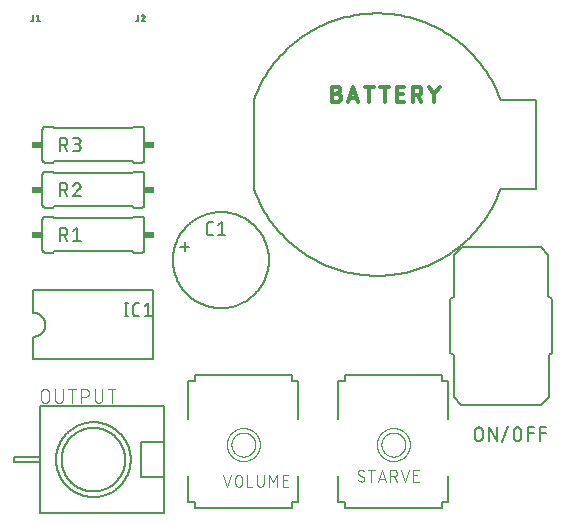
<source format=gbr>
G04 EAGLE Gerber RS-274X export*
G75*
%MOMM*%
%FSLAX34Y34*%
%LPD*%
%INSilkscreen Top*%
%IPPOS*%
%AMOC8*
5,1,8,0,0,1.08239X$1,22.5*%
G01*
%ADD10C,0.203200*%
%ADD11C,0.330200*%
%ADD12C,0.152400*%
%ADD13C,0.127000*%
%ADD14R,0.863600X0.609600*%
%ADD15C,0.101600*%
%ADD16C,0.050800*%
%ADD17C,0.076200*%


D10*
X433600Y355500D02*
X463400Y355500D01*
X463400Y279500D01*
X433600Y279500D01*
X224800Y279500D02*
X224800Y355500D01*
X225762Y358037D01*
X226786Y360550D01*
X227871Y363036D01*
X229016Y365496D01*
X230221Y367927D01*
X231484Y370328D01*
X232806Y372697D01*
X234186Y375033D01*
X235622Y377335D01*
X237114Y379601D01*
X238661Y381830D01*
X240261Y384021D01*
X241915Y386171D01*
X243620Y388281D01*
X245377Y390349D01*
X247184Y392373D01*
X249039Y394353D01*
X250942Y396286D01*
X252892Y398173D01*
X254887Y400011D01*
X256927Y401800D01*
X259010Y403539D01*
X261134Y405226D01*
X263299Y406862D01*
X265503Y408443D01*
X267746Y409971D01*
X270024Y411443D01*
X272338Y412860D01*
X274686Y414219D01*
X277067Y415521D01*
X279478Y416764D01*
X281919Y417948D01*
X284389Y419072D01*
X286885Y420135D01*
X289406Y421137D01*
X291951Y422078D01*
X294518Y422956D01*
X297106Y423771D01*
X299713Y424522D01*
X302337Y425210D01*
X304978Y425834D01*
X307632Y426392D01*
X310300Y426886D01*
X312979Y427315D01*
X315668Y427678D01*
X318365Y427976D01*
X321068Y428207D01*
X323776Y428373D01*
X326487Y428472D01*
X329200Y428505D01*
X331913Y428472D01*
X334624Y428373D01*
X337332Y428207D01*
X340035Y427976D01*
X342732Y427678D01*
X345421Y427315D01*
X348100Y426886D01*
X350768Y426392D01*
X353422Y425834D01*
X356063Y425210D01*
X358687Y424522D01*
X361294Y423771D01*
X363882Y422956D01*
X366449Y422078D01*
X368994Y421137D01*
X371515Y420135D01*
X374011Y419072D01*
X376481Y417948D01*
X378922Y416764D01*
X381333Y415521D01*
X383714Y414219D01*
X386062Y412860D01*
X388376Y411443D01*
X390654Y409971D01*
X392897Y408443D01*
X395101Y406862D01*
X397266Y405226D01*
X399390Y403539D01*
X401473Y401800D01*
X403513Y400011D01*
X405508Y398173D01*
X407458Y396286D01*
X409361Y394353D01*
X411216Y392373D01*
X413023Y390349D01*
X414780Y388281D01*
X416485Y386171D01*
X418139Y384021D01*
X419739Y381830D01*
X421286Y379601D01*
X422778Y377335D01*
X424214Y375033D01*
X425594Y372697D01*
X426916Y370328D01*
X428179Y367927D01*
X429384Y365496D01*
X430529Y363036D01*
X431614Y360550D01*
X432638Y358037D01*
X433600Y355500D01*
X433600Y279500D02*
X432638Y276963D01*
X431614Y274450D01*
X430529Y271964D01*
X429384Y269504D01*
X428179Y267073D01*
X426916Y264672D01*
X425594Y262303D01*
X424214Y259967D01*
X422778Y257665D01*
X421286Y255399D01*
X419739Y253170D01*
X418139Y250979D01*
X416485Y248829D01*
X414780Y246719D01*
X413023Y244651D01*
X411216Y242627D01*
X409361Y240647D01*
X407458Y238714D01*
X405508Y236827D01*
X403513Y234989D01*
X401473Y233200D01*
X399390Y231461D01*
X397266Y229774D01*
X395101Y228138D01*
X392897Y226557D01*
X390654Y225029D01*
X388376Y223557D01*
X386062Y222140D01*
X383714Y220781D01*
X381333Y219479D01*
X378922Y218236D01*
X376481Y217052D01*
X374011Y215928D01*
X371515Y214865D01*
X368994Y213863D01*
X366449Y212922D01*
X363882Y212044D01*
X361294Y211229D01*
X358687Y210478D01*
X356063Y209790D01*
X353422Y209166D01*
X350768Y208608D01*
X348100Y208114D01*
X345421Y207685D01*
X342732Y207322D01*
X340035Y207024D01*
X337332Y206793D01*
X334624Y206627D01*
X331913Y206528D01*
X329200Y206495D01*
X326487Y206528D01*
X323776Y206627D01*
X321068Y206793D01*
X318365Y207024D01*
X315668Y207322D01*
X312979Y207685D01*
X310300Y208114D01*
X307632Y208608D01*
X304978Y209166D01*
X302337Y209790D01*
X299713Y210478D01*
X297106Y211229D01*
X294518Y212044D01*
X291951Y212922D01*
X289406Y213863D01*
X286885Y214865D01*
X284389Y215928D01*
X281919Y217052D01*
X279478Y218236D01*
X277067Y219479D01*
X274686Y220781D01*
X272338Y222140D01*
X270024Y223557D01*
X267746Y225029D01*
X265503Y226557D01*
X263299Y228138D01*
X261134Y229774D01*
X259010Y231461D01*
X256927Y233200D01*
X254887Y234989D01*
X252892Y236827D01*
X250942Y238714D01*
X249039Y240647D01*
X247184Y242627D01*
X245377Y244651D01*
X243620Y246719D01*
X241915Y248829D01*
X240261Y250979D01*
X238661Y253170D01*
X237114Y255399D01*
X235622Y257665D01*
X234186Y259967D01*
X232806Y262303D01*
X231484Y264672D01*
X230221Y267073D01*
X229016Y269504D01*
X227871Y271964D01*
X226786Y274450D01*
X225762Y276963D01*
X224800Y279500D01*
D11*
X290996Y360666D02*
X294736Y360666D01*
X294736Y360665D02*
X294857Y360663D01*
X294978Y360657D01*
X295099Y360647D01*
X295219Y360634D01*
X295339Y360616D01*
X295458Y360595D01*
X295576Y360569D01*
X295694Y360540D01*
X295811Y360507D01*
X295926Y360471D01*
X296040Y360430D01*
X296153Y360386D01*
X296264Y360338D01*
X296374Y360287D01*
X296482Y360232D01*
X296588Y360174D01*
X296692Y360112D01*
X296794Y360047D01*
X296894Y359979D01*
X296992Y359908D01*
X297087Y359833D01*
X297180Y359755D01*
X297271Y359675D01*
X297358Y359591D01*
X297443Y359505D01*
X297525Y359416D01*
X297605Y359324D01*
X297681Y359230D01*
X297754Y359134D01*
X297824Y359035D01*
X297890Y358934D01*
X297954Y358830D01*
X298014Y358725D01*
X298070Y358618D01*
X298123Y358509D01*
X298173Y358399D01*
X298219Y358287D01*
X298261Y358173D01*
X298299Y358058D01*
X298334Y357942D01*
X298365Y357825D01*
X298392Y357707D01*
X298416Y357589D01*
X298435Y357469D01*
X298451Y357349D01*
X298463Y357228D01*
X298471Y357108D01*
X298475Y356987D01*
X298475Y356865D01*
X298471Y356744D01*
X298463Y356624D01*
X298451Y356503D01*
X298435Y356383D01*
X298416Y356263D01*
X298392Y356145D01*
X298365Y356027D01*
X298334Y355910D01*
X298299Y355794D01*
X298261Y355679D01*
X298219Y355565D01*
X298173Y355453D01*
X298123Y355343D01*
X298070Y355234D01*
X298014Y355127D01*
X297954Y355022D01*
X297890Y354918D01*
X297824Y354817D01*
X297754Y354718D01*
X297681Y354622D01*
X297605Y354528D01*
X297525Y354436D01*
X297443Y354347D01*
X297358Y354261D01*
X297271Y354177D01*
X297180Y354097D01*
X297087Y354019D01*
X296992Y353944D01*
X296894Y353873D01*
X296794Y353805D01*
X296692Y353740D01*
X296588Y353678D01*
X296482Y353620D01*
X296374Y353565D01*
X296264Y353514D01*
X296153Y353466D01*
X296040Y353422D01*
X295926Y353381D01*
X295811Y353345D01*
X295694Y353312D01*
X295576Y353283D01*
X295458Y353257D01*
X295339Y353236D01*
X295219Y353218D01*
X295099Y353205D01*
X294978Y353195D01*
X294857Y353189D01*
X294736Y353187D01*
X290996Y353187D01*
X290996Y366649D01*
X294736Y366649D01*
X294844Y366647D01*
X294952Y366641D01*
X295059Y366631D01*
X295167Y366618D01*
X295273Y366600D01*
X295379Y366579D01*
X295484Y366554D01*
X295588Y366525D01*
X295691Y366492D01*
X295793Y366456D01*
X295893Y366416D01*
X295992Y366372D01*
X296090Y366325D01*
X296185Y366275D01*
X296279Y366221D01*
X296370Y366163D01*
X296460Y366103D01*
X296547Y366039D01*
X296631Y365972D01*
X296714Y365902D01*
X296794Y365829D01*
X296871Y365753D01*
X296945Y365675D01*
X297016Y365594D01*
X297085Y365510D01*
X297150Y365424D01*
X297212Y365336D01*
X297271Y365246D01*
X297327Y365153D01*
X297379Y365058D01*
X297428Y364962D01*
X297474Y364864D01*
X297515Y364764D01*
X297554Y364663D01*
X297588Y364561D01*
X297619Y364457D01*
X297646Y364353D01*
X297669Y364247D01*
X297689Y364141D01*
X297704Y364034D01*
X297716Y363927D01*
X297724Y363819D01*
X297728Y363711D01*
X297728Y363603D01*
X297724Y363495D01*
X297716Y363387D01*
X297704Y363280D01*
X297689Y363173D01*
X297669Y363067D01*
X297646Y362961D01*
X297619Y362857D01*
X297588Y362753D01*
X297554Y362651D01*
X297515Y362550D01*
X297474Y362450D01*
X297428Y362352D01*
X297379Y362256D01*
X297327Y362161D01*
X297271Y362068D01*
X297212Y361978D01*
X297150Y361890D01*
X297085Y361804D01*
X297016Y361720D01*
X296945Y361639D01*
X296871Y361561D01*
X296794Y361485D01*
X296714Y361412D01*
X296631Y361342D01*
X296547Y361275D01*
X296460Y361211D01*
X296370Y361151D01*
X296279Y361093D01*
X296185Y361039D01*
X296090Y360989D01*
X295992Y360942D01*
X295893Y360898D01*
X295793Y360858D01*
X295691Y360822D01*
X295588Y360789D01*
X295484Y360760D01*
X295379Y360735D01*
X295273Y360714D01*
X295167Y360696D01*
X295059Y360683D01*
X294952Y360673D01*
X294844Y360667D01*
X294736Y360665D01*
X304251Y353187D02*
X308738Y366649D01*
X313226Y353187D01*
X312104Y356553D02*
X305373Y356553D01*
X322613Y353187D02*
X322613Y366649D01*
X318874Y366649D02*
X326353Y366649D01*
X335497Y366649D02*
X335497Y353187D01*
X331757Y366649D02*
X339236Y366649D01*
X346178Y353187D02*
X352162Y353187D01*
X346178Y353187D02*
X346178Y366649D01*
X352162Y366649D01*
X350666Y360666D02*
X346178Y360666D01*
X359171Y366649D02*
X359171Y353187D01*
X359171Y366649D02*
X362910Y366649D01*
X363031Y366647D01*
X363152Y366641D01*
X363273Y366631D01*
X363393Y366618D01*
X363513Y366600D01*
X363632Y366579D01*
X363750Y366553D01*
X363868Y366524D01*
X363985Y366491D01*
X364100Y366455D01*
X364214Y366414D01*
X364327Y366370D01*
X364438Y366322D01*
X364548Y366271D01*
X364656Y366216D01*
X364762Y366158D01*
X364866Y366096D01*
X364968Y366031D01*
X365068Y365963D01*
X365166Y365892D01*
X365261Y365817D01*
X365354Y365739D01*
X365445Y365659D01*
X365532Y365575D01*
X365617Y365489D01*
X365699Y365400D01*
X365779Y365308D01*
X365855Y365214D01*
X365928Y365118D01*
X365998Y365019D01*
X366064Y364918D01*
X366128Y364814D01*
X366188Y364709D01*
X366244Y364602D01*
X366297Y364493D01*
X366347Y364383D01*
X366393Y364271D01*
X366435Y364157D01*
X366473Y364042D01*
X366508Y363926D01*
X366539Y363809D01*
X366566Y363691D01*
X366590Y363573D01*
X366609Y363453D01*
X366625Y363333D01*
X366637Y363212D01*
X366645Y363092D01*
X366649Y362971D01*
X366649Y362849D01*
X366645Y362728D01*
X366637Y362608D01*
X366625Y362487D01*
X366609Y362367D01*
X366590Y362247D01*
X366566Y362129D01*
X366539Y362011D01*
X366508Y361894D01*
X366473Y361778D01*
X366435Y361663D01*
X366393Y361549D01*
X366347Y361437D01*
X366297Y361327D01*
X366244Y361218D01*
X366188Y361111D01*
X366128Y361006D01*
X366064Y360902D01*
X365998Y360801D01*
X365928Y360702D01*
X365855Y360606D01*
X365779Y360512D01*
X365699Y360420D01*
X365617Y360331D01*
X365532Y360245D01*
X365445Y360161D01*
X365354Y360081D01*
X365261Y360003D01*
X365166Y359928D01*
X365068Y359857D01*
X364968Y359789D01*
X364866Y359724D01*
X364762Y359662D01*
X364656Y359604D01*
X364548Y359549D01*
X364438Y359498D01*
X364327Y359450D01*
X364214Y359406D01*
X364100Y359365D01*
X363985Y359329D01*
X363868Y359296D01*
X363750Y359267D01*
X363632Y359241D01*
X363513Y359220D01*
X363393Y359202D01*
X363273Y359189D01*
X363152Y359179D01*
X363031Y359173D01*
X362910Y359171D01*
X362910Y359170D02*
X359171Y359170D01*
X363658Y359170D02*
X366650Y353187D01*
X377617Y360292D02*
X373129Y366649D01*
X377617Y360292D02*
X382104Y366649D01*
X377617Y360292D02*
X377617Y353187D01*
D12*
X170180Y231140D02*
X162560Y231140D01*
X166370Y227330D02*
X166370Y234950D01*
X156210Y219710D02*
X156222Y220707D01*
X156259Y221704D01*
X156320Y222700D01*
X156406Y223693D01*
X156516Y224685D01*
X156650Y225673D01*
X156808Y226658D01*
X156991Y227638D01*
X157197Y228614D01*
X157428Y229585D01*
X157682Y230549D01*
X157960Y231507D01*
X158261Y232458D01*
X158586Y233401D01*
X158933Y234336D01*
X159304Y235262D01*
X159697Y236179D01*
X160112Y237086D01*
X160549Y237982D01*
X161009Y238868D01*
X161490Y239741D01*
X161992Y240603D01*
X162515Y241452D01*
X163059Y242288D01*
X163623Y243111D01*
X164208Y243919D01*
X164812Y244713D01*
X165435Y245492D01*
X166077Y246255D01*
X166738Y247002D01*
X167417Y247733D01*
X168113Y248447D01*
X168827Y249143D01*
X169558Y249822D01*
X170305Y250483D01*
X171068Y251125D01*
X171847Y251748D01*
X172641Y252352D01*
X173449Y252937D01*
X174272Y253501D01*
X175108Y254045D01*
X175957Y254568D01*
X176819Y255070D01*
X177692Y255551D01*
X178578Y256011D01*
X179474Y256448D01*
X180381Y256863D01*
X181298Y257256D01*
X182224Y257627D01*
X183159Y257974D01*
X184102Y258299D01*
X185053Y258600D01*
X186011Y258878D01*
X186975Y259132D01*
X187946Y259363D01*
X188922Y259569D01*
X189902Y259752D01*
X190887Y259910D01*
X191875Y260044D01*
X192867Y260154D01*
X193860Y260240D01*
X194856Y260301D01*
X195853Y260338D01*
X196850Y260350D01*
X197847Y260338D01*
X198844Y260301D01*
X199840Y260240D01*
X200833Y260154D01*
X201825Y260044D01*
X202813Y259910D01*
X203798Y259752D01*
X204778Y259569D01*
X205754Y259363D01*
X206725Y259132D01*
X207689Y258878D01*
X208647Y258600D01*
X209598Y258299D01*
X210541Y257974D01*
X211476Y257627D01*
X212402Y257256D01*
X213319Y256863D01*
X214226Y256448D01*
X215122Y256011D01*
X216008Y255551D01*
X216881Y255070D01*
X217743Y254568D01*
X218592Y254045D01*
X219428Y253501D01*
X220251Y252937D01*
X221059Y252352D01*
X221853Y251748D01*
X222632Y251125D01*
X223395Y250483D01*
X224142Y249822D01*
X224873Y249143D01*
X225587Y248447D01*
X226283Y247733D01*
X226962Y247002D01*
X227623Y246255D01*
X228265Y245492D01*
X228888Y244713D01*
X229492Y243919D01*
X230077Y243111D01*
X230641Y242288D01*
X231185Y241452D01*
X231708Y240603D01*
X232210Y239741D01*
X232691Y238868D01*
X233151Y237982D01*
X233588Y237086D01*
X234003Y236179D01*
X234396Y235262D01*
X234767Y234336D01*
X235114Y233401D01*
X235439Y232458D01*
X235740Y231507D01*
X236018Y230549D01*
X236272Y229585D01*
X236503Y228614D01*
X236709Y227638D01*
X236892Y226658D01*
X237050Y225673D01*
X237184Y224685D01*
X237294Y223693D01*
X237380Y222700D01*
X237441Y221704D01*
X237478Y220707D01*
X237490Y219710D01*
X237478Y218713D01*
X237441Y217716D01*
X237380Y216720D01*
X237294Y215727D01*
X237184Y214735D01*
X237050Y213747D01*
X236892Y212762D01*
X236709Y211782D01*
X236503Y210806D01*
X236272Y209835D01*
X236018Y208871D01*
X235740Y207913D01*
X235439Y206962D01*
X235114Y206019D01*
X234767Y205084D01*
X234396Y204158D01*
X234003Y203241D01*
X233588Y202334D01*
X233151Y201438D01*
X232691Y200552D01*
X232210Y199679D01*
X231708Y198817D01*
X231185Y197968D01*
X230641Y197132D01*
X230077Y196309D01*
X229492Y195501D01*
X228888Y194707D01*
X228265Y193928D01*
X227623Y193165D01*
X226962Y192418D01*
X226283Y191687D01*
X225587Y190973D01*
X224873Y190277D01*
X224142Y189598D01*
X223395Y188937D01*
X222632Y188295D01*
X221853Y187672D01*
X221059Y187068D01*
X220251Y186483D01*
X219428Y185919D01*
X218592Y185375D01*
X217743Y184852D01*
X216881Y184350D01*
X216008Y183869D01*
X215122Y183409D01*
X214226Y182972D01*
X213319Y182557D01*
X212402Y182164D01*
X211476Y181793D01*
X210541Y181446D01*
X209598Y181121D01*
X208647Y180820D01*
X207689Y180542D01*
X206725Y180288D01*
X205754Y180057D01*
X204778Y179851D01*
X203798Y179668D01*
X202813Y179510D01*
X201825Y179376D01*
X200833Y179266D01*
X199840Y179180D01*
X198844Y179119D01*
X197847Y179082D01*
X196850Y179070D01*
X195853Y179082D01*
X194856Y179119D01*
X193860Y179180D01*
X192867Y179266D01*
X191875Y179376D01*
X190887Y179510D01*
X189902Y179668D01*
X188922Y179851D01*
X187946Y180057D01*
X186975Y180288D01*
X186011Y180542D01*
X185053Y180820D01*
X184102Y181121D01*
X183159Y181446D01*
X182224Y181793D01*
X181298Y182164D01*
X180381Y182557D01*
X179474Y182972D01*
X178578Y183409D01*
X177692Y183869D01*
X176819Y184350D01*
X175957Y184852D01*
X175108Y185375D01*
X174272Y185919D01*
X173449Y186483D01*
X172641Y187068D01*
X171847Y187672D01*
X171068Y188295D01*
X170305Y188937D01*
X169558Y189598D01*
X168827Y190277D01*
X168113Y190973D01*
X167417Y191687D01*
X166738Y192418D01*
X166077Y193165D01*
X165435Y193928D01*
X164812Y194707D01*
X164208Y195501D01*
X163623Y196309D01*
X163059Y197132D01*
X162515Y197968D01*
X161992Y198817D01*
X161490Y199679D01*
X161009Y200552D01*
X160549Y201438D01*
X160112Y202334D01*
X159697Y203241D01*
X159304Y204158D01*
X158933Y205084D01*
X158586Y206019D01*
X158261Y206962D01*
X157960Y207913D01*
X157682Y208871D01*
X157428Y209835D01*
X157197Y210806D01*
X156991Y211782D01*
X156808Y212762D01*
X156650Y213747D01*
X156516Y214735D01*
X156406Y215727D01*
X156320Y216720D01*
X156259Y217716D01*
X156222Y218713D01*
X156210Y219710D01*
D13*
X187325Y240665D02*
X189865Y240665D01*
X187325Y240665D02*
X187225Y240667D01*
X187126Y240673D01*
X187026Y240683D01*
X186928Y240696D01*
X186829Y240714D01*
X186732Y240735D01*
X186636Y240760D01*
X186540Y240789D01*
X186446Y240822D01*
X186353Y240858D01*
X186262Y240898D01*
X186172Y240942D01*
X186084Y240989D01*
X185998Y241039D01*
X185914Y241093D01*
X185832Y241150D01*
X185753Y241210D01*
X185675Y241274D01*
X185601Y241340D01*
X185529Y241409D01*
X185460Y241481D01*
X185394Y241555D01*
X185330Y241633D01*
X185270Y241712D01*
X185213Y241794D01*
X185159Y241878D01*
X185109Y241964D01*
X185062Y242052D01*
X185018Y242142D01*
X184978Y242233D01*
X184942Y242326D01*
X184909Y242420D01*
X184880Y242516D01*
X184855Y242612D01*
X184834Y242709D01*
X184816Y242808D01*
X184803Y242906D01*
X184793Y243006D01*
X184787Y243105D01*
X184785Y243205D01*
X184785Y249555D01*
X184787Y249655D01*
X184793Y249754D01*
X184803Y249854D01*
X184816Y249952D01*
X184834Y250051D01*
X184855Y250148D01*
X184880Y250244D01*
X184909Y250340D01*
X184942Y250434D01*
X184978Y250527D01*
X185018Y250618D01*
X185062Y250708D01*
X185109Y250796D01*
X185159Y250882D01*
X185213Y250966D01*
X185270Y251048D01*
X185330Y251127D01*
X185394Y251205D01*
X185460Y251279D01*
X185529Y251351D01*
X185601Y251420D01*
X185675Y251486D01*
X185753Y251550D01*
X185832Y251610D01*
X185914Y251667D01*
X185998Y251721D01*
X186084Y251771D01*
X186172Y251818D01*
X186262Y251862D01*
X186353Y251902D01*
X186446Y251938D01*
X186540Y251971D01*
X186636Y252000D01*
X186732Y252025D01*
X186829Y252046D01*
X186928Y252064D01*
X187026Y252077D01*
X187126Y252087D01*
X187225Y252093D01*
X187325Y252095D01*
X189865Y252095D01*
X194347Y249555D02*
X197522Y252095D01*
X197522Y240665D01*
X194347Y240665D02*
X200697Y240665D01*
D12*
X48260Y256540D02*
X48160Y256538D01*
X48061Y256532D01*
X47961Y256522D01*
X47863Y256509D01*
X47764Y256491D01*
X47667Y256470D01*
X47571Y256445D01*
X47475Y256416D01*
X47381Y256383D01*
X47288Y256347D01*
X47197Y256307D01*
X47107Y256263D01*
X47019Y256216D01*
X46933Y256166D01*
X46849Y256112D01*
X46767Y256055D01*
X46688Y255995D01*
X46610Y255931D01*
X46536Y255865D01*
X46464Y255796D01*
X46395Y255724D01*
X46329Y255650D01*
X46265Y255572D01*
X46205Y255493D01*
X46148Y255411D01*
X46094Y255327D01*
X46044Y255241D01*
X45997Y255153D01*
X45953Y255063D01*
X45913Y254972D01*
X45877Y254879D01*
X45844Y254785D01*
X45815Y254689D01*
X45790Y254593D01*
X45769Y254496D01*
X45751Y254397D01*
X45738Y254299D01*
X45728Y254199D01*
X45722Y254100D01*
X45720Y254000D01*
X45720Y228600D02*
X45722Y228500D01*
X45728Y228401D01*
X45738Y228301D01*
X45751Y228203D01*
X45769Y228104D01*
X45790Y228007D01*
X45815Y227911D01*
X45844Y227815D01*
X45877Y227721D01*
X45913Y227628D01*
X45953Y227537D01*
X45997Y227447D01*
X46044Y227359D01*
X46094Y227273D01*
X46148Y227189D01*
X46205Y227107D01*
X46265Y227028D01*
X46329Y226950D01*
X46395Y226876D01*
X46464Y226804D01*
X46536Y226735D01*
X46610Y226669D01*
X46688Y226605D01*
X46767Y226545D01*
X46849Y226488D01*
X46933Y226434D01*
X47019Y226384D01*
X47107Y226337D01*
X47197Y226293D01*
X47288Y226253D01*
X47381Y226217D01*
X47475Y226184D01*
X47571Y226155D01*
X47667Y226130D01*
X47764Y226109D01*
X47863Y226091D01*
X47961Y226078D01*
X48061Y226068D01*
X48160Y226062D01*
X48260Y226060D01*
X129540Y226060D02*
X129640Y226062D01*
X129739Y226068D01*
X129839Y226078D01*
X129937Y226091D01*
X130036Y226109D01*
X130133Y226130D01*
X130229Y226155D01*
X130325Y226184D01*
X130419Y226217D01*
X130512Y226253D01*
X130603Y226293D01*
X130693Y226337D01*
X130781Y226384D01*
X130867Y226434D01*
X130951Y226488D01*
X131033Y226545D01*
X131112Y226605D01*
X131190Y226669D01*
X131264Y226735D01*
X131336Y226804D01*
X131405Y226876D01*
X131471Y226950D01*
X131535Y227028D01*
X131595Y227107D01*
X131652Y227189D01*
X131706Y227273D01*
X131756Y227359D01*
X131803Y227447D01*
X131847Y227537D01*
X131887Y227628D01*
X131923Y227721D01*
X131956Y227815D01*
X131985Y227911D01*
X132010Y228007D01*
X132031Y228104D01*
X132049Y228203D01*
X132062Y228301D01*
X132072Y228401D01*
X132078Y228500D01*
X132080Y228600D01*
X132080Y254000D02*
X132078Y254100D01*
X132072Y254199D01*
X132062Y254299D01*
X132049Y254397D01*
X132031Y254496D01*
X132010Y254593D01*
X131985Y254689D01*
X131956Y254785D01*
X131923Y254879D01*
X131887Y254972D01*
X131847Y255063D01*
X131803Y255153D01*
X131756Y255241D01*
X131706Y255327D01*
X131652Y255411D01*
X131595Y255493D01*
X131535Y255572D01*
X131471Y255650D01*
X131405Y255724D01*
X131336Y255796D01*
X131264Y255865D01*
X131190Y255931D01*
X131112Y255995D01*
X131033Y256055D01*
X130951Y256112D01*
X130867Y256166D01*
X130781Y256216D01*
X130693Y256263D01*
X130603Y256307D01*
X130512Y256347D01*
X130419Y256383D01*
X130325Y256416D01*
X130229Y256445D01*
X130133Y256470D01*
X130036Y256491D01*
X129937Y256509D01*
X129839Y256522D01*
X129739Y256532D01*
X129640Y256538D01*
X129540Y256540D01*
X45720Y254000D02*
X45720Y228600D01*
X48260Y256540D02*
X54610Y256540D01*
X55880Y255270D01*
X54610Y226060D02*
X48260Y226060D01*
X54610Y226060D02*
X55880Y227330D01*
X121920Y255270D02*
X123190Y256540D01*
X121920Y255270D02*
X55880Y255270D01*
X121920Y227330D02*
X123190Y226060D01*
X121920Y227330D02*
X55880Y227330D01*
X123190Y256540D02*
X129540Y256540D01*
X129540Y226060D02*
X123190Y226060D01*
X132080Y228600D02*
X132080Y254000D01*
D14*
X136398Y241300D03*
X41402Y241300D03*
D13*
X60325Y235585D02*
X60325Y247015D01*
X63500Y247015D01*
X63611Y247013D01*
X63721Y247007D01*
X63832Y246998D01*
X63942Y246984D01*
X64051Y246967D01*
X64160Y246946D01*
X64268Y246921D01*
X64375Y246892D01*
X64481Y246860D01*
X64586Y246824D01*
X64689Y246784D01*
X64791Y246741D01*
X64892Y246694D01*
X64991Y246643D01*
X65088Y246590D01*
X65182Y246533D01*
X65275Y246472D01*
X65366Y246409D01*
X65455Y246342D01*
X65541Y246272D01*
X65624Y246199D01*
X65706Y246124D01*
X65784Y246046D01*
X65859Y245964D01*
X65932Y245881D01*
X66002Y245795D01*
X66069Y245706D01*
X66132Y245615D01*
X66193Y245522D01*
X66250Y245427D01*
X66303Y245331D01*
X66354Y245232D01*
X66401Y245131D01*
X66444Y245029D01*
X66484Y244926D01*
X66520Y244821D01*
X66552Y244715D01*
X66581Y244608D01*
X66606Y244500D01*
X66627Y244391D01*
X66644Y244282D01*
X66658Y244172D01*
X66667Y244061D01*
X66673Y243951D01*
X66675Y243840D01*
X66673Y243729D01*
X66667Y243619D01*
X66658Y243508D01*
X66644Y243398D01*
X66627Y243289D01*
X66606Y243180D01*
X66581Y243072D01*
X66552Y242965D01*
X66520Y242859D01*
X66484Y242754D01*
X66444Y242651D01*
X66401Y242549D01*
X66354Y242448D01*
X66303Y242349D01*
X66250Y242252D01*
X66193Y242158D01*
X66132Y242065D01*
X66069Y241974D01*
X66002Y241885D01*
X65932Y241799D01*
X65859Y241716D01*
X65784Y241634D01*
X65706Y241556D01*
X65624Y241481D01*
X65541Y241408D01*
X65455Y241338D01*
X65366Y241271D01*
X65275Y241208D01*
X65182Y241147D01*
X65087Y241090D01*
X64991Y241037D01*
X64892Y240986D01*
X64791Y240939D01*
X64689Y240896D01*
X64586Y240856D01*
X64481Y240820D01*
X64375Y240788D01*
X64268Y240759D01*
X64160Y240734D01*
X64051Y240713D01*
X63942Y240696D01*
X63832Y240682D01*
X63721Y240673D01*
X63611Y240667D01*
X63500Y240665D01*
X60325Y240665D01*
X64135Y240665D02*
X66675Y235585D01*
X71672Y244475D02*
X74847Y247015D01*
X74847Y235585D01*
X71672Y235585D02*
X78022Y235585D01*
D12*
X38100Y194310D02*
X139700Y194310D01*
X139700Y135890D02*
X38100Y135890D01*
X139700Y135890D02*
X139700Y194310D01*
X38100Y194310D02*
X38100Y175260D01*
X38100Y154940D02*
X38100Y135890D01*
X38100Y154940D02*
X38347Y154943D01*
X38595Y154952D01*
X38842Y154967D01*
X39088Y154988D01*
X39334Y155015D01*
X39579Y155048D01*
X39824Y155087D01*
X40067Y155132D01*
X40309Y155183D01*
X40550Y155240D01*
X40789Y155302D01*
X41027Y155371D01*
X41263Y155445D01*
X41497Y155525D01*
X41729Y155610D01*
X41959Y155702D01*
X42187Y155798D01*
X42412Y155901D01*
X42635Y156008D01*
X42855Y156122D01*
X43072Y156240D01*
X43287Y156364D01*
X43498Y156493D01*
X43706Y156627D01*
X43911Y156766D01*
X44112Y156910D01*
X44310Y157058D01*
X44504Y157212D01*
X44694Y157370D01*
X44880Y157533D01*
X45062Y157700D01*
X45240Y157872D01*
X45414Y158048D01*
X45584Y158228D01*
X45749Y158413D01*
X45909Y158601D01*
X46065Y158793D01*
X46217Y158989D01*
X46363Y159188D01*
X46505Y159391D01*
X46641Y159598D01*
X46773Y159807D01*
X46899Y160020D01*
X47020Y160236D01*
X47136Y160454D01*
X47246Y160676D01*
X47351Y160900D01*
X47451Y161126D01*
X47545Y161355D01*
X47633Y161586D01*
X47716Y161820D01*
X47793Y162055D01*
X47864Y162292D01*
X47930Y162530D01*
X47989Y162770D01*
X48043Y163012D01*
X48091Y163255D01*
X48133Y163498D01*
X48169Y163743D01*
X48199Y163989D01*
X48223Y164235D01*
X48241Y164482D01*
X48253Y164729D01*
X48259Y164976D01*
X48259Y165224D01*
X48253Y165471D01*
X48241Y165718D01*
X48223Y165965D01*
X48199Y166211D01*
X48169Y166457D01*
X48133Y166702D01*
X48091Y166945D01*
X48043Y167188D01*
X47989Y167430D01*
X47930Y167670D01*
X47864Y167908D01*
X47793Y168145D01*
X47716Y168380D01*
X47633Y168614D01*
X47545Y168845D01*
X47451Y169074D01*
X47351Y169300D01*
X47246Y169524D01*
X47136Y169746D01*
X47020Y169964D01*
X46899Y170180D01*
X46773Y170393D01*
X46641Y170602D01*
X46505Y170809D01*
X46363Y171012D01*
X46217Y171211D01*
X46065Y171407D01*
X45909Y171599D01*
X45749Y171787D01*
X45584Y171972D01*
X45414Y172152D01*
X45240Y172328D01*
X45062Y172500D01*
X44880Y172667D01*
X44694Y172830D01*
X44504Y172988D01*
X44310Y173142D01*
X44112Y173290D01*
X43911Y173434D01*
X43706Y173573D01*
X43498Y173707D01*
X43287Y173836D01*
X43072Y173960D01*
X42855Y174078D01*
X42635Y174192D01*
X42412Y174299D01*
X42187Y174402D01*
X41959Y174498D01*
X41729Y174590D01*
X41497Y174675D01*
X41263Y174755D01*
X41027Y174829D01*
X40789Y174898D01*
X40550Y174960D01*
X40309Y175017D01*
X40067Y175068D01*
X39824Y175113D01*
X39579Y175152D01*
X39334Y175185D01*
X39088Y175212D01*
X38842Y175233D01*
X38595Y175248D01*
X38347Y175257D01*
X38100Y175260D01*
X116734Y172212D02*
X116734Y183388D01*
X115492Y172212D02*
X117976Y172212D01*
X117976Y183388D02*
X115492Y183388D01*
X125216Y172212D02*
X127699Y172212D01*
X125216Y172212D02*
X125118Y172214D01*
X125021Y172220D01*
X124924Y172229D01*
X124827Y172243D01*
X124731Y172260D01*
X124636Y172281D01*
X124542Y172305D01*
X124448Y172334D01*
X124356Y172366D01*
X124265Y172401D01*
X124176Y172440D01*
X124088Y172483D01*
X124002Y172529D01*
X123918Y172578D01*
X123836Y172631D01*
X123756Y172686D01*
X123678Y172745D01*
X123603Y172807D01*
X123530Y172872D01*
X123460Y172940D01*
X123392Y173010D01*
X123327Y173083D01*
X123265Y173158D01*
X123206Y173236D01*
X123151Y173316D01*
X123098Y173398D01*
X123049Y173482D01*
X123003Y173568D01*
X122960Y173656D01*
X122921Y173745D01*
X122886Y173836D01*
X122854Y173928D01*
X122825Y174022D01*
X122801Y174116D01*
X122780Y174211D01*
X122763Y174307D01*
X122749Y174404D01*
X122740Y174501D01*
X122734Y174598D01*
X122732Y174696D01*
X122732Y180904D01*
X122734Y181002D01*
X122740Y181099D01*
X122749Y181196D01*
X122763Y181293D01*
X122780Y181389D01*
X122801Y181484D01*
X122825Y181578D01*
X122854Y181672D01*
X122886Y181764D01*
X122921Y181855D01*
X122960Y181944D01*
X123003Y182032D01*
X123049Y182118D01*
X123098Y182202D01*
X123151Y182284D01*
X123206Y182364D01*
X123265Y182442D01*
X123327Y182517D01*
X123392Y182590D01*
X123460Y182660D01*
X123530Y182728D01*
X123603Y182793D01*
X123678Y182855D01*
X123756Y182914D01*
X123836Y182969D01*
X123918Y183022D01*
X124002Y183071D01*
X124088Y183117D01*
X124176Y183160D01*
X124265Y183199D01*
X124356Y183234D01*
X124448Y183266D01*
X124542Y183295D01*
X124636Y183319D01*
X124731Y183340D01*
X124827Y183357D01*
X124924Y183371D01*
X125021Y183380D01*
X125118Y183386D01*
X125216Y183388D01*
X127699Y183388D01*
X132299Y180904D02*
X135403Y183388D01*
X135403Y172212D01*
X132299Y172212D02*
X138508Y172212D01*
D13*
X148900Y95800D02*
X148900Y65800D01*
X148900Y35800D01*
X148900Y5800D01*
X148900Y95800D02*
X43900Y95800D01*
X43900Y48800D01*
X43900Y5800D01*
X148900Y5800D01*
X57277Y50800D02*
X57287Y51576D01*
X57315Y52352D01*
X57363Y53126D01*
X57429Y53900D01*
X57515Y54671D01*
X57619Y55440D01*
X57743Y56206D01*
X57885Y56969D01*
X58045Y57729D01*
X58225Y58484D01*
X58423Y59234D01*
X58639Y59980D01*
X58873Y60720D01*
X59126Y61453D01*
X59396Y62181D01*
X59684Y62902D01*
X59990Y63615D01*
X60313Y64321D01*
X60654Y65018D01*
X61011Y65707D01*
X61385Y66387D01*
X61776Y67057D01*
X62183Y67718D01*
X62606Y68369D01*
X63046Y69009D01*
X63500Y69638D01*
X63970Y70255D01*
X64455Y70861D01*
X64955Y71455D01*
X65469Y72037D01*
X65997Y72605D01*
X66539Y73161D01*
X67095Y73703D01*
X67663Y74231D01*
X68245Y74745D01*
X68839Y75245D01*
X69445Y75730D01*
X70062Y76200D01*
X70691Y76654D01*
X71331Y77094D01*
X71982Y77517D01*
X72643Y77924D01*
X73313Y78315D01*
X73993Y78689D01*
X74682Y79046D01*
X75379Y79387D01*
X76085Y79710D01*
X76798Y80016D01*
X77519Y80304D01*
X78247Y80574D01*
X78980Y80827D01*
X79720Y81061D01*
X80466Y81277D01*
X81216Y81475D01*
X81971Y81655D01*
X82731Y81815D01*
X83494Y81957D01*
X84260Y82081D01*
X85029Y82185D01*
X85800Y82271D01*
X86574Y82337D01*
X87348Y82385D01*
X88124Y82413D01*
X88900Y82423D01*
X89676Y82413D01*
X90452Y82385D01*
X91226Y82337D01*
X92000Y82271D01*
X92771Y82185D01*
X93540Y82081D01*
X94306Y81957D01*
X95069Y81815D01*
X95829Y81655D01*
X96584Y81475D01*
X97334Y81277D01*
X98080Y81061D01*
X98820Y80827D01*
X99553Y80574D01*
X100281Y80304D01*
X101002Y80016D01*
X101715Y79710D01*
X102421Y79387D01*
X103118Y79046D01*
X103807Y78689D01*
X104487Y78315D01*
X105157Y77924D01*
X105818Y77517D01*
X106469Y77094D01*
X107109Y76654D01*
X107738Y76200D01*
X108355Y75730D01*
X108961Y75245D01*
X109555Y74745D01*
X110137Y74231D01*
X110705Y73703D01*
X111261Y73161D01*
X111803Y72605D01*
X112331Y72037D01*
X112845Y71455D01*
X113345Y70861D01*
X113830Y70255D01*
X114300Y69638D01*
X114754Y69009D01*
X115194Y68369D01*
X115617Y67718D01*
X116024Y67057D01*
X116415Y66387D01*
X116789Y65707D01*
X117146Y65018D01*
X117487Y64321D01*
X117810Y63615D01*
X118116Y62902D01*
X118404Y62181D01*
X118674Y61453D01*
X118927Y60720D01*
X119161Y59980D01*
X119377Y59234D01*
X119575Y58484D01*
X119755Y57729D01*
X119915Y56969D01*
X120057Y56206D01*
X120181Y55440D01*
X120285Y54671D01*
X120371Y53900D01*
X120437Y53126D01*
X120485Y52352D01*
X120513Y51576D01*
X120523Y50800D01*
X120513Y50024D01*
X120485Y49248D01*
X120437Y48474D01*
X120371Y47700D01*
X120285Y46929D01*
X120181Y46160D01*
X120057Y45394D01*
X119915Y44631D01*
X119755Y43871D01*
X119575Y43116D01*
X119377Y42366D01*
X119161Y41620D01*
X118927Y40880D01*
X118674Y40147D01*
X118404Y39419D01*
X118116Y38698D01*
X117810Y37985D01*
X117487Y37279D01*
X117146Y36582D01*
X116789Y35893D01*
X116415Y35213D01*
X116024Y34543D01*
X115617Y33882D01*
X115194Y33231D01*
X114754Y32591D01*
X114300Y31962D01*
X113830Y31345D01*
X113345Y30739D01*
X112845Y30145D01*
X112331Y29563D01*
X111803Y28995D01*
X111261Y28439D01*
X110705Y27897D01*
X110137Y27369D01*
X109555Y26855D01*
X108961Y26355D01*
X108355Y25870D01*
X107738Y25400D01*
X107109Y24946D01*
X106469Y24506D01*
X105818Y24083D01*
X105157Y23676D01*
X104487Y23285D01*
X103807Y22911D01*
X103118Y22554D01*
X102421Y22213D01*
X101715Y21890D01*
X101002Y21584D01*
X100281Y21296D01*
X99553Y21026D01*
X98820Y20773D01*
X98080Y20539D01*
X97334Y20323D01*
X96584Y20125D01*
X95829Y19945D01*
X95069Y19785D01*
X94306Y19643D01*
X93540Y19519D01*
X92771Y19415D01*
X92000Y19329D01*
X91226Y19263D01*
X90452Y19215D01*
X89676Y19187D01*
X88900Y19177D01*
X88124Y19187D01*
X87348Y19215D01*
X86574Y19263D01*
X85800Y19329D01*
X85029Y19415D01*
X84260Y19519D01*
X83494Y19643D01*
X82731Y19785D01*
X81971Y19945D01*
X81216Y20125D01*
X80466Y20323D01*
X79720Y20539D01*
X78980Y20773D01*
X78247Y21026D01*
X77519Y21296D01*
X76798Y21584D01*
X76085Y21890D01*
X75379Y22213D01*
X74682Y22554D01*
X73993Y22911D01*
X73313Y23285D01*
X72643Y23676D01*
X71982Y24083D01*
X71331Y24506D01*
X70691Y24946D01*
X70062Y25400D01*
X69445Y25870D01*
X68839Y26355D01*
X68245Y26855D01*
X67663Y27369D01*
X67095Y27897D01*
X66539Y28439D01*
X65997Y28995D01*
X65469Y29563D01*
X64955Y30145D01*
X64455Y30739D01*
X63970Y31345D01*
X63500Y31962D01*
X63046Y32591D01*
X62606Y33231D01*
X62183Y33882D01*
X61776Y34543D01*
X61385Y35213D01*
X61011Y35893D01*
X60654Y36582D01*
X60313Y37279D01*
X59990Y37985D01*
X59684Y38698D01*
X59396Y39419D01*
X59126Y40147D01*
X58873Y40880D01*
X58639Y41620D01*
X58423Y42366D01*
X58225Y43116D01*
X58045Y43871D01*
X57885Y44631D01*
X57743Y45394D01*
X57619Y46160D01*
X57515Y46929D01*
X57429Y47700D01*
X57363Y48474D01*
X57315Y49248D01*
X57287Y50024D01*
X57277Y50800D01*
X128900Y65800D02*
X148900Y65800D01*
X128900Y65800D02*
X128900Y35800D01*
X148900Y35800D01*
X61993Y50800D02*
X62001Y51460D01*
X62025Y52120D01*
X62066Y52779D01*
X62123Y53437D01*
X62195Y54094D01*
X62284Y54748D01*
X62389Y55400D01*
X62510Y56049D01*
X62647Y56695D01*
X62799Y57338D01*
X62968Y57976D01*
X63152Y58611D01*
X63351Y59240D01*
X63566Y59865D01*
X63796Y60484D01*
X64041Y61097D01*
X64301Y61704D01*
X64576Y62304D01*
X64866Y62898D01*
X65170Y63484D01*
X65489Y64062D01*
X65821Y64633D01*
X66168Y65195D01*
X66528Y65749D01*
X66901Y66293D01*
X67288Y66828D01*
X67688Y67354D01*
X68101Y67870D01*
X68526Y68375D01*
X68963Y68870D01*
X69413Y69353D01*
X69874Y69826D01*
X70347Y70287D01*
X70830Y70737D01*
X71325Y71174D01*
X71830Y71599D01*
X72346Y72012D01*
X72872Y72412D01*
X73407Y72799D01*
X73951Y73172D01*
X74505Y73532D01*
X75067Y73879D01*
X75638Y74211D01*
X76216Y74530D01*
X76802Y74834D01*
X77396Y75124D01*
X77996Y75399D01*
X78603Y75659D01*
X79216Y75904D01*
X79835Y76134D01*
X80460Y76349D01*
X81089Y76548D01*
X81724Y76732D01*
X82362Y76901D01*
X83005Y77053D01*
X83651Y77190D01*
X84300Y77311D01*
X84952Y77416D01*
X85606Y77505D01*
X86263Y77577D01*
X86921Y77634D01*
X87580Y77675D01*
X88240Y77699D01*
X88900Y77707D01*
X89560Y77699D01*
X90220Y77675D01*
X90879Y77634D01*
X91537Y77577D01*
X92194Y77505D01*
X92848Y77416D01*
X93500Y77311D01*
X94149Y77190D01*
X94795Y77053D01*
X95438Y76901D01*
X96076Y76732D01*
X96711Y76548D01*
X97340Y76349D01*
X97965Y76134D01*
X98584Y75904D01*
X99197Y75659D01*
X99804Y75399D01*
X100404Y75124D01*
X100998Y74834D01*
X101584Y74530D01*
X102162Y74211D01*
X102733Y73879D01*
X103295Y73532D01*
X103849Y73172D01*
X104393Y72799D01*
X104928Y72412D01*
X105454Y72012D01*
X105970Y71599D01*
X106475Y71174D01*
X106970Y70737D01*
X107453Y70287D01*
X107926Y69826D01*
X108387Y69353D01*
X108837Y68870D01*
X109274Y68375D01*
X109699Y67870D01*
X110112Y67354D01*
X110512Y66828D01*
X110899Y66293D01*
X111272Y65749D01*
X111632Y65195D01*
X111979Y64633D01*
X112311Y64062D01*
X112630Y63484D01*
X112934Y62898D01*
X113224Y62304D01*
X113499Y61704D01*
X113759Y61097D01*
X114004Y60484D01*
X114234Y59865D01*
X114449Y59240D01*
X114648Y58611D01*
X114832Y57976D01*
X115001Y57338D01*
X115153Y56695D01*
X115290Y56049D01*
X115411Y55400D01*
X115516Y54748D01*
X115605Y54094D01*
X115677Y53437D01*
X115734Y52779D01*
X115775Y52120D01*
X115799Y51460D01*
X115807Y50800D01*
X115799Y50140D01*
X115775Y49480D01*
X115734Y48821D01*
X115677Y48163D01*
X115605Y47506D01*
X115516Y46852D01*
X115411Y46200D01*
X115290Y45551D01*
X115153Y44905D01*
X115001Y44262D01*
X114832Y43624D01*
X114648Y42989D01*
X114449Y42360D01*
X114234Y41735D01*
X114004Y41116D01*
X113759Y40503D01*
X113499Y39896D01*
X113224Y39296D01*
X112934Y38702D01*
X112630Y38116D01*
X112311Y37538D01*
X111979Y36967D01*
X111632Y36405D01*
X111272Y35851D01*
X110899Y35307D01*
X110512Y34772D01*
X110112Y34246D01*
X109699Y33730D01*
X109274Y33225D01*
X108837Y32730D01*
X108387Y32247D01*
X107926Y31774D01*
X107453Y31313D01*
X106970Y30863D01*
X106475Y30426D01*
X105970Y30001D01*
X105454Y29588D01*
X104928Y29188D01*
X104393Y28801D01*
X103849Y28428D01*
X103295Y28068D01*
X102733Y27721D01*
X102162Y27389D01*
X101584Y27070D01*
X100998Y26766D01*
X100404Y26476D01*
X99804Y26201D01*
X99197Y25941D01*
X98584Y25696D01*
X97965Y25466D01*
X97340Y25251D01*
X96711Y25052D01*
X96076Y24868D01*
X95438Y24699D01*
X94795Y24547D01*
X94149Y24410D01*
X93500Y24289D01*
X92848Y24184D01*
X92194Y24095D01*
X91537Y24023D01*
X90879Y23966D01*
X90220Y23925D01*
X89560Y23901D01*
X88900Y23893D01*
X88240Y23901D01*
X87580Y23925D01*
X86921Y23966D01*
X86263Y24023D01*
X85606Y24095D01*
X84952Y24184D01*
X84300Y24289D01*
X83651Y24410D01*
X83005Y24547D01*
X82362Y24699D01*
X81724Y24868D01*
X81089Y25052D01*
X80460Y25251D01*
X79835Y25466D01*
X79216Y25696D01*
X78603Y25941D01*
X77996Y26201D01*
X77396Y26476D01*
X76802Y26766D01*
X76216Y27070D01*
X75638Y27389D01*
X75067Y27721D01*
X74505Y28068D01*
X73951Y28428D01*
X73407Y28801D01*
X72872Y29188D01*
X72346Y29588D01*
X71830Y30001D01*
X71325Y30426D01*
X70830Y30863D01*
X70347Y31313D01*
X69874Y31774D01*
X69413Y32247D01*
X68963Y32730D01*
X68526Y33225D01*
X68101Y33730D01*
X67688Y34246D01*
X67288Y34772D01*
X66901Y35307D01*
X66528Y35851D01*
X66168Y36405D01*
X65821Y36967D01*
X65489Y37538D01*
X65170Y38116D01*
X64866Y38702D01*
X64576Y39296D01*
X64301Y39896D01*
X64041Y40503D01*
X63796Y41116D01*
X63566Y41735D01*
X63351Y42360D01*
X63152Y42989D01*
X62968Y43624D01*
X62799Y44262D01*
X62647Y44905D01*
X62510Y45551D01*
X62389Y46200D01*
X62284Y46852D01*
X62195Y47506D01*
X62123Y48163D01*
X62066Y48821D01*
X62025Y49480D01*
X62001Y50140D01*
X61993Y50800D01*
X42900Y52800D02*
X21900Y52800D01*
X21900Y48800D01*
X43900Y48800D01*
D15*
X44704Y102052D02*
X44704Y107244D01*
X44706Y107357D01*
X44712Y107470D01*
X44722Y107583D01*
X44736Y107696D01*
X44753Y107808D01*
X44775Y107919D01*
X44800Y108029D01*
X44830Y108139D01*
X44863Y108247D01*
X44900Y108354D01*
X44940Y108460D01*
X44985Y108564D01*
X45033Y108667D01*
X45084Y108768D01*
X45139Y108867D01*
X45197Y108964D01*
X45259Y109059D01*
X45324Y109152D01*
X45392Y109242D01*
X45463Y109330D01*
X45538Y109416D01*
X45615Y109499D01*
X45695Y109579D01*
X45778Y109656D01*
X45864Y109731D01*
X45952Y109802D01*
X46042Y109870D01*
X46135Y109935D01*
X46230Y109997D01*
X46327Y110055D01*
X46426Y110110D01*
X46527Y110161D01*
X46630Y110209D01*
X46734Y110254D01*
X46840Y110294D01*
X46947Y110331D01*
X47055Y110364D01*
X47165Y110394D01*
X47275Y110419D01*
X47386Y110441D01*
X47498Y110458D01*
X47611Y110472D01*
X47724Y110482D01*
X47837Y110488D01*
X47950Y110490D01*
X48063Y110488D01*
X48176Y110482D01*
X48289Y110472D01*
X48402Y110458D01*
X48514Y110441D01*
X48625Y110419D01*
X48735Y110394D01*
X48845Y110364D01*
X48953Y110331D01*
X49060Y110294D01*
X49166Y110254D01*
X49270Y110209D01*
X49373Y110161D01*
X49474Y110110D01*
X49573Y110055D01*
X49670Y109997D01*
X49765Y109935D01*
X49858Y109870D01*
X49948Y109802D01*
X50036Y109731D01*
X50122Y109656D01*
X50205Y109579D01*
X50285Y109499D01*
X50362Y109416D01*
X50437Y109330D01*
X50508Y109242D01*
X50576Y109152D01*
X50641Y109059D01*
X50703Y108964D01*
X50761Y108867D01*
X50816Y108768D01*
X50867Y108667D01*
X50915Y108564D01*
X50960Y108460D01*
X51000Y108354D01*
X51037Y108247D01*
X51070Y108139D01*
X51100Y108029D01*
X51125Y107919D01*
X51147Y107808D01*
X51164Y107696D01*
X51178Y107583D01*
X51188Y107470D01*
X51194Y107357D01*
X51196Y107244D01*
X51195Y107244D02*
X51195Y102052D01*
X51196Y102052D02*
X51194Y101939D01*
X51188Y101826D01*
X51178Y101713D01*
X51164Y101600D01*
X51147Y101488D01*
X51125Y101377D01*
X51100Y101267D01*
X51070Y101157D01*
X51037Y101049D01*
X51000Y100942D01*
X50960Y100836D01*
X50915Y100732D01*
X50867Y100629D01*
X50816Y100528D01*
X50761Y100429D01*
X50703Y100332D01*
X50641Y100237D01*
X50576Y100144D01*
X50508Y100054D01*
X50437Y99966D01*
X50362Y99880D01*
X50285Y99797D01*
X50205Y99717D01*
X50122Y99640D01*
X50036Y99565D01*
X49948Y99494D01*
X49858Y99426D01*
X49765Y99361D01*
X49670Y99299D01*
X49573Y99241D01*
X49474Y99186D01*
X49373Y99135D01*
X49270Y99087D01*
X49166Y99042D01*
X49060Y99002D01*
X48953Y98965D01*
X48845Y98932D01*
X48735Y98902D01*
X48625Y98877D01*
X48514Y98855D01*
X48402Y98838D01*
X48289Y98824D01*
X48176Y98814D01*
X48063Y98808D01*
X47950Y98806D01*
X47837Y98808D01*
X47724Y98814D01*
X47611Y98824D01*
X47498Y98838D01*
X47386Y98855D01*
X47275Y98877D01*
X47165Y98902D01*
X47055Y98932D01*
X46947Y98965D01*
X46840Y99002D01*
X46734Y99042D01*
X46630Y99087D01*
X46527Y99135D01*
X46426Y99186D01*
X46327Y99241D01*
X46230Y99299D01*
X46135Y99361D01*
X46042Y99426D01*
X45952Y99494D01*
X45864Y99565D01*
X45778Y99640D01*
X45695Y99717D01*
X45615Y99797D01*
X45538Y99880D01*
X45463Y99966D01*
X45392Y100054D01*
X45324Y100144D01*
X45259Y100237D01*
X45197Y100332D01*
X45139Y100429D01*
X45084Y100528D01*
X45033Y100629D01*
X44985Y100732D01*
X44940Y100836D01*
X44900Y100942D01*
X44863Y101049D01*
X44830Y101157D01*
X44800Y101267D01*
X44775Y101377D01*
X44753Y101488D01*
X44736Y101600D01*
X44722Y101713D01*
X44712Y101826D01*
X44706Y101939D01*
X44704Y102052D01*
X56515Y102052D02*
X56515Y110490D01*
X56515Y102052D02*
X56517Y101939D01*
X56523Y101826D01*
X56533Y101713D01*
X56547Y101600D01*
X56564Y101488D01*
X56586Y101377D01*
X56611Y101267D01*
X56641Y101157D01*
X56674Y101049D01*
X56711Y100942D01*
X56751Y100836D01*
X56796Y100732D01*
X56844Y100629D01*
X56895Y100528D01*
X56950Y100429D01*
X57008Y100332D01*
X57070Y100237D01*
X57135Y100144D01*
X57203Y100054D01*
X57274Y99966D01*
X57349Y99880D01*
X57426Y99797D01*
X57506Y99717D01*
X57589Y99640D01*
X57675Y99565D01*
X57763Y99494D01*
X57853Y99426D01*
X57946Y99361D01*
X58041Y99299D01*
X58138Y99241D01*
X58237Y99186D01*
X58338Y99135D01*
X58441Y99087D01*
X58545Y99042D01*
X58651Y99002D01*
X58758Y98965D01*
X58866Y98932D01*
X58976Y98902D01*
X59086Y98877D01*
X59197Y98855D01*
X59309Y98838D01*
X59422Y98824D01*
X59535Y98814D01*
X59648Y98808D01*
X59761Y98806D01*
X59874Y98808D01*
X59987Y98814D01*
X60100Y98824D01*
X60213Y98838D01*
X60325Y98855D01*
X60436Y98877D01*
X60546Y98902D01*
X60656Y98932D01*
X60764Y98965D01*
X60871Y99002D01*
X60977Y99042D01*
X61081Y99087D01*
X61184Y99135D01*
X61285Y99186D01*
X61384Y99241D01*
X61481Y99299D01*
X61576Y99361D01*
X61669Y99426D01*
X61759Y99494D01*
X61847Y99565D01*
X61933Y99640D01*
X62016Y99717D01*
X62096Y99797D01*
X62173Y99880D01*
X62248Y99966D01*
X62319Y100054D01*
X62387Y100144D01*
X62452Y100237D01*
X62514Y100332D01*
X62572Y100429D01*
X62627Y100528D01*
X62678Y100629D01*
X62726Y100732D01*
X62771Y100836D01*
X62811Y100942D01*
X62848Y101049D01*
X62881Y101157D01*
X62911Y101267D01*
X62936Y101377D01*
X62958Y101488D01*
X62975Y101600D01*
X62989Y101713D01*
X62999Y101826D01*
X63005Y101939D01*
X63007Y102052D01*
X63006Y102052D02*
X63006Y110490D01*
X70809Y110490D02*
X70809Y98806D01*
X67564Y110490D02*
X74055Y110490D01*
X78782Y110490D02*
X78782Y98806D01*
X78782Y110490D02*
X82028Y110490D01*
X82141Y110488D01*
X82254Y110482D01*
X82367Y110472D01*
X82480Y110458D01*
X82592Y110441D01*
X82703Y110419D01*
X82813Y110394D01*
X82923Y110364D01*
X83031Y110331D01*
X83138Y110294D01*
X83244Y110254D01*
X83348Y110209D01*
X83451Y110161D01*
X83552Y110110D01*
X83651Y110055D01*
X83748Y109997D01*
X83843Y109935D01*
X83936Y109870D01*
X84026Y109802D01*
X84114Y109731D01*
X84200Y109656D01*
X84283Y109579D01*
X84363Y109499D01*
X84440Y109416D01*
X84515Y109330D01*
X84586Y109242D01*
X84654Y109152D01*
X84719Y109059D01*
X84781Y108964D01*
X84839Y108867D01*
X84894Y108768D01*
X84945Y108667D01*
X84993Y108564D01*
X85038Y108460D01*
X85078Y108354D01*
X85115Y108247D01*
X85148Y108139D01*
X85178Y108029D01*
X85203Y107919D01*
X85225Y107808D01*
X85242Y107696D01*
X85256Y107583D01*
X85266Y107470D01*
X85272Y107357D01*
X85274Y107244D01*
X85272Y107131D01*
X85266Y107018D01*
X85256Y106905D01*
X85242Y106792D01*
X85225Y106680D01*
X85203Y106569D01*
X85178Y106459D01*
X85148Y106349D01*
X85115Y106241D01*
X85078Y106134D01*
X85038Y106028D01*
X84993Y105924D01*
X84945Y105821D01*
X84894Y105720D01*
X84839Y105621D01*
X84781Y105524D01*
X84719Y105429D01*
X84654Y105336D01*
X84586Y105246D01*
X84515Y105158D01*
X84440Y105072D01*
X84363Y104989D01*
X84283Y104909D01*
X84200Y104832D01*
X84114Y104757D01*
X84026Y104686D01*
X83936Y104618D01*
X83843Y104553D01*
X83748Y104491D01*
X83651Y104433D01*
X83552Y104378D01*
X83451Y104327D01*
X83348Y104279D01*
X83244Y104234D01*
X83138Y104194D01*
X83031Y104157D01*
X82923Y104124D01*
X82813Y104094D01*
X82703Y104069D01*
X82592Y104047D01*
X82480Y104030D01*
X82367Y104016D01*
X82254Y104006D01*
X82141Y104000D01*
X82028Y103998D01*
X82028Y103999D02*
X78782Y103999D01*
X90043Y102052D02*
X90043Y110490D01*
X90042Y102052D02*
X90044Y101939D01*
X90050Y101826D01*
X90060Y101713D01*
X90074Y101600D01*
X90091Y101488D01*
X90113Y101377D01*
X90138Y101267D01*
X90168Y101157D01*
X90201Y101049D01*
X90238Y100942D01*
X90278Y100836D01*
X90323Y100732D01*
X90371Y100629D01*
X90422Y100528D01*
X90477Y100429D01*
X90535Y100332D01*
X90597Y100237D01*
X90662Y100144D01*
X90730Y100054D01*
X90801Y99966D01*
X90876Y99880D01*
X90953Y99797D01*
X91033Y99717D01*
X91116Y99640D01*
X91202Y99565D01*
X91290Y99494D01*
X91380Y99426D01*
X91473Y99361D01*
X91568Y99299D01*
X91665Y99241D01*
X91764Y99186D01*
X91865Y99135D01*
X91968Y99087D01*
X92072Y99042D01*
X92178Y99002D01*
X92285Y98965D01*
X92393Y98932D01*
X92503Y98902D01*
X92613Y98877D01*
X92724Y98855D01*
X92836Y98838D01*
X92949Y98824D01*
X93062Y98814D01*
X93175Y98808D01*
X93288Y98806D01*
X93401Y98808D01*
X93514Y98814D01*
X93627Y98824D01*
X93740Y98838D01*
X93852Y98855D01*
X93963Y98877D01*
X94073Y98902D01*
X94183Y98932D01*
X94291Y98965D01*
X94398Y99002D01*
X94504Y99042D01*
X94608Y99087D01*
X94711Y99135D01*
X94812Y99186D01*
X94911Y99241D01*
X95008Y99299D01*
X95103Y99361D01*
X95196Y99426D01*
X95286Y99494D01*
X95374Y99565D01*
X95460Y99640D01*
X95543Y99717D01*
X95623Y99797D01*
X95700Y99880D01*
X95775Y99966D01*
X95846Y100054D01*
X95914Y100144D01*
X95979Y100237D01*
X96041Y100332D01*
X96099Y100429D01*
X96154Y100528D01*
X96205Y100629D01*
X96253Y100732D01*
X96298Y100836D01*
X96338Y100942D01*
X96375Y101049D01*
X96408Y101157D01*
X96438Y101267D01*
X96463Y101377D01*
X96485Y101488D01*
X96502Y101600D01*
X96516Y101713D01*
X96526Y101826D01*
X96532Y101939D01*
X96534Y102052D01*
X96534Y110490D01*
X104337Y110490D02*
X104337Y98806D01*
X101092Y110490D02*
X107583Y110490D01*
D10*
X301900Y9500D02*
X383900Y9500D01*
X383900Y122500D02*
X301900Y122500D01*
X383900Y15000D02*
X389400Y15000D01*
X383900Y15000D02*
X383900Y9500D01*
X383900Y117000D02*
X383900Y122500D01*
X383900Y117000D02*
X389400Y117000D01*
X301900Y117000D02*
X296400Y117000D01*
X301900Y117000D02*
X301900Y122500D01*
X301900Y15000D02*
X301900Y9500D01*
X301900Y15000D02*
X296400Y15000D01*
X389400Y15000D02*
X389400Y37000D01*
X389400Y85000D02*
X389400Y117000D01*
X296400Y37000D02*
X296400Y15000D01*
X296400Y85000D02*
X296400Y117000D01*
D16*
X328930Y63500D02*
X328934Y63843D01*
X328947Y64185D01*
X328968Y64528D01*
X328997Y64869D01*
X329035Y65210D01*
X329081Y65550D01*
X329136Y65888D01*
X329198Y66225D01*
X329269Y66561D01*
X329349Y66894D01*
X329436Y67226D01*
X329532Y67555D01*
X329635Y67882D01*
X329747Y68206D01*
X329866Y68528D01*
X329993Y68846D01*
X330128Y69161D01*
X330271Y69473D01*
X330422Y69781D01*
X330580Y70085D01*
X330745Y70386D01*
X330918Y70682D01*
X331097Y70974D01*
X331284Y71261D01*
X331478Y71544D01*
X331679Y71822D01*
X331887Y72095D01*
X332101Y72362D01*
X332322Y72625D01*
X332549Y72882D01*
X332782Y73133D01*
X333022Y73378D01*
X333267Y73618D01*
X333518Y73851D01*
X333775Y74078D01*
X334038Y74299D01*
X334305Y74513D01*
X334578Y74721D01*
X334856Y74922D01*
X335139Y75116D01*
X335426Y75303D01*
X335718Y75482D01*
X336014Y75655D01*
X336315Y75820D01*
X336619Y75978D01*
X336927Y76129D01*
X337239Y76272D01*
X337554Y76407D01*
X337872Y76534D01*
X338194Y76653D01*
X338518Y76765D01*
X338845Y76868D01*
X339174Y76964D01*
X339506Y77051D01*
X339839Y77131D01*
X340175Y77202D01*
X340512Y77264D01*
X340850Y77319D01*
X341190Y77365D01*
X341531Y77403D01*
X341872Y77432D01*
X342215Y77453D01*
X342557Y77466D01*
X342900Y77470D01*
X343243Y77466D01*
X343585Y77453D01*
X343928Y77432D01*
X344269Y77403D01*
X344610Y77365D01*
X344950Y77319D01*
X345288Y77264D01*
X345625Y77202D01*
X345961Y77131D01*
X346294Y77051D01*
X346626Y76964D01*
X346955Y76868D01*
X347282Y76765D01*
X347606Y76653D01*
X347928Y76534D01*
X348246Y76407D01*
X348561Y76272D01*
X348873Y76129D01*
X349181Y75978D01*
X349485Y75820D01*
X349786Y75655D01*
X350082Y75482D01*
X350374Y75303D01*
X350661Y75116D01*
X350944Y74922D01*
X351222Y74721D01*
X351495Y74513D01*
X351762Y74299D01*
X352025Y74078D01*
X352282Y73851D01*
X352533Y73618D01*
X352778Y73378D01*
X353018Y73133D01*
X353251Y72882D01*
X353478Y72625D01*
X353699Y72362D01*
X353913Y72095D01*
X354121Y71822D01*
X354322Y71544D01*
X354516Y71261D01*
X354703Y70974D01*
X354882Y70682D01*
X355055Y70386D01*
X355220Y70085D01*
X355378Y69781D01*
X355529Y69473D01*
X355672Y69161D01*
X355807Y68846D01*
X355934Y68528D01*
X356053Y68206D01*
X356165Y67882D01*
X356268Y67555D01*
X356364Y67226D01*
X356451Y66894D01*
X356531Y66561D01*
X356602Y66225D01*
X356664Y65888D01*
X356719Y65550D01*
X356765Y65210D01*
X356803Y64869D01*
X356832Y64528D01*
X356853Y64185D01*
X356866Y63843D01*
X356870Y63500D01*
X356866Y63157D01*
X356853Y62815D01*
X356832Y62472D01*
X356803Y62131D01*
X356765Y61790D01*
X356719Y61450D01*
X356664Y61112D01*
X356602Y60775D01*
X356531Y60439D01*
X356451Y60106D01*
X356364Y59774D01*
X356268Y59445D01*
X356165Y59118D01*
X356053Y58794D01*
X355934Y58472D01*
X355807Y58154D01*
X355672Y57839D01*
X355529Y57527D01*
X355378Y57219D01*
X355220Y56915D01*
X355055Y56614D01*
X354882Y56318D01*
X354703Y56026D01*
X354516Y55739D01*
X354322Y55456D01*
X354121Y55178D01*
X353913Y54905D01*
X353699Y54638D01*
X353478Y54375D01*
X353251Y54118D01*
X353018Y53867D01*
X352778Y53622D01*
X352533Y53382D01*
X352282Y53149D01*
X352025Y52922D01*
X351762Y52701D01*
X351495Y52487D01*
X351222Y52279D01*
X350944Y52078D01*
X350661Y51884D01*
X350374Y51697D01*
X350082Y51518D01*
X349786Y51345D01*
X349485Y51180D01*
X349181Y51022D01*
X348873Y50871D01*
X348561Y50728D01*
X348246Y50593D01*
X347928Y50466D01*
X347606Y50347D01*
X347282Y50235D01*
X346955Y50132D01*
X346626Y50036D01*
X346294Y49949D01*
X345961Y49869D01*
X345625Y49798D01*
X345288Y49736D01*
X344950Y49681D01*
X344610Y49635D01*
X344269Y49597D01*
X343928Y49568D01*
X343585Y49547D01*
X343243Y49534D01*
X342900Y49530D01*
X342557Y49534D01*
X342215Y49547D01*
X341872Y49568D01*
X341531Y49597D01*
X341190Y49635D01*
X340850Y49681D01*
X340512Y49736D01*
X340175Y49798D01*
X339839Y49869D01*
X339506Y49949D01*
X339174Y50036D01*
X338845Y50132D01*
X338518Y50235D01*
X338194Y50347D01*
X337872Y50466D01*
X337554Y50593D01*
X337239Y50728D01*
X336927Y50871D01*
X336619Y51022D01*
X336315Y51180D01*
X336014Y51345D01*
X335718Y51518D01*
X335426Y51697D01*
X335139Y51884D01*
X334856Y52078D01*
X334578Y52279D01*
X334305Y52487D01*
X334038Y52701D01*
X333775Y52922D01*
X333518Y53149D01*
X333267Y53382D01*
X333022Y53622D01*
X332782Y53867D01*
X332549Y54118D01*
X332322Y54375D01*
X332101Y54638D01*
X331887Y54905D01*
X331679Y55178D01*
X331478Y55456D01*
X331284Y55739D01*
X331097Y56026D01*
X330918Y56318D01*
X330745Y56614D01*
X330580Y56915D01*
X330422Y57219D01*
X330271Y57527D01*
X330128Y57839D01*
X329993Y58154D01*
X329866Y58472D01*
X329747Y58794D01*
X329635Y59118D01*
X329532Y59445D01*
X329436Y59774D01*
X329349Y60106D01*
X329269Y60439D01*
X329198Y60775D01*
X329136Y61112D01*
X329081Y61450D01*
X329035Y61790D01*
X328997Y62131D01*
X328968Y62472D01*
X328947Y62815D01*
X328934Y63157D01*
X328930Y63500D01*
X332740Y63500D02*
X332743Y63749D01*
X332752Y63999D01*
X332768Y64247D01*
X332789Y64496D01*
X332816Y64744D01*
X332850Y64991D01*
X332890Y65237D01*
X332935Y65482D01*
X332987Y65726D01*
X333044Y65969D01*
X333108Y66210D01*
X333177Y66449D01*
X333253Y66687D01*
X333334Y66923D01*
X333421Y67157D01*
X333513Y67388D01*
X333612Y67617D01*
X333715Y67844D01*
X333825Y68068D01*
X333940Y68289D01*
X334060Y68508D01*
X334185Y68723D01*
X334316Y68936D01*
X334452Y69145D01*
X334593Y69350D01*
X334739Y69552D01*
X334890Y69751D01*
X335046Y69945D01*
X335207Y70136D01*
X335372Y70323D01*
X335542Y70506D01*
X335716Y70684D01*
X335894Y70858D01*
X336077Y71028D01*
X336264Y71193D01*
X336455Y71354D01*
X336649Y71510D01*
X336848Y71661D01*
X337050Y71807D01*
X337255Y71948D01*
X337464Y72084D01*
X337677Y72215D01*
X337892Y72340D01*
X338111Y72460D01*
X338332Y72575D01*
X338556Y72685D01*
X338783Y72788D01*
X339012Y72887D01*
X339243Y72979D01*
X339477Y73066D01*
X339713Y73147D01*
X339951Y73223D01*
X340190Y73292D01*
X340431Y73356D01*
X340674Y73413D01*
X340918Y73465D01*
X341163Y73510D01*
X341409Y73550D01*
X341656Y73584D01*
X341904Y73611D01*
X342153Y73632D01*
X342401Y73648D01*
X342651Y73657D01*
X342900Y73660D01*
X343149Y73657D01*
X343399Y73648D01*
X343647Y73632D01*
X343896Y73611D01*
X344144Y73584D01*
X344391Y73550D01*
X344637Y73510D01*
X344882Y73465D01*
X345126Y73413D01*
X345369Y73356D01*
X345610Y73292D01*
X345849Y73223D01*
X346087Y73147D01*
X346323Y73066D01*
X346557Y72979D01*
X346788Y72887D01*
X347017Y72788D01*
X347244Y72685D01*
X347468Y72575D01*
X347689Y72460D01*
X347908Y72340D01*
X348123Y72215D01*
X348336Y72084D01*
X348545Y71948D01*
X348750Y71807D01*
X348952Y71661D01*
X349151Y71510D01*
X349345Y71354D01*
X349536Y71193D01*
X349723Y71028D01*
X349906Y70858D01*
X350084Y70684D01*
X350258Y70506D01*
X350428Y70323D01*
X350593Y70136D01*
X350754Y69945D01*
X350910Y69751D01*
X351061Y69552D01*
X351207Y69350D01*
X351348Y69145D01*
X351484Y68936D01*
X351615Y68723D01*
X351740Y68508D01*
X351860Y68289D01*
X351975Y68068D01*
X352085Y67844D01*
X352188Y67617D01*
X352287Y67388D01*
X352379Y67157D01*
X352466Y66923D01*
X352547Y66687D01*
X352623Y66449D01*
X352692Y66210D01*
X352756Y65969D01*
X352813Y65726D01*
X352865Y65482D01*
X352910Y65237D01*
X352950Y64991D01*
X352984Y64744D01*
X353011Y64496D01*
X353032Y64247D01*
X353048Y63999D01*
X353057Y63749D01*
X353060Y63500D01*
X353057Y63251D01*
X353048Y63001D01*
X353032Y62753D01*
X353011Y62504D01*
X352984Y62256D01*
X352950Y62009D01*
X352910Y61763D01*
X352865Y61518D01*
X352813Y61274D01*
X352756Y61031D01*
X352692Y60790D01*
X352623Y60551D01*
X352547Y60313D01*
X352466Y60077D01*
X352379Y59843D01*
X352287Y59612D01*
X352188Y59383D01*
X352085Y59156D01*
X351975Y58932D01*
X351860Y58711D01*
X351740Y58492D01*
X351615Y58277D01*
X351484Y58064D01*
X351348Y57855D01*
X351207Y57650D01*
X351061Y57448D01*
X350910Y57249D01*
X350754Y57055D01*
X350593Y56864D01*
X350428Y56677D01*
X350258Y56494D01*
X350084Y56316D01*
X349906Y56142D01*
X349723Y55972D01*
X349536Y55807D01*
X349345Y55646D01*
X349151Y55490D01*
X348952Y55339D01*
X348750Y55193D01*
X348545Y55052D01*
X348336Y54916D01*
X348123Y54785D01*
X347908Y54660D01*
X347689Y54540D01*
X347468Y54425D01*
X347244Y54315D01*
X347017Y54212D01*
X346788Y54113D01*
X346557Y54021D01*
X346323Y53934D01*
X346087Y53853D01*
X345849Y53777D01*
X345610Y53708D01*
X345369Y53644D01*
X345126Y53587D01*
X344882Y53535D01*
X344637Y53490D01*
X344391Y53450D01*
X344144Y53416D01*
X343896Y53389D01*
X343647Y53368D01*
X343399Y53352D01*
X343149Y53343D01*
X342900Y53340D01*
X342651Y53343D01*
X342401Y53352D01*
X342153Y53368D01*
X341904Y53389D01*
X341656Y53416D01*
X341409Y53450D01*
X341163Y53490D01*
X340918Y53535D01*
X340674Y53587D01*
X340431Y53644D01*
X340190Y53708D01*
X339951Y53777D01*
X339713Y53853D01*
X339477Y53934D01*
X339243Y54021D01*
X339012Y54113D01*
X338783Y54212D01*
X338556Y54315D01*
X338332Y54425D01*
X338111Y54540D01*
X337892Y54660D01*
X337677Y54785D01*
X337464Y54916D01*
X337255Y55052D01*
X337050Y55193D01*
X336848Y55339D01*
X336649Y55490D01*
X336455Y55646D01*
X336264Y55807D01*
X336077Y55972D01*
X335894Y56142D01*
X335716Y56316D01*
X335542Y56494D01*
X335372Y56677D01*
X335207Y56864D01*
X335046Y57055D01*
X334890Y57249D01*
X334739Y57448D01*
X334593Y57650D01*
X334452Y57855D01*
X334316Y58064D01*
X334185Y58277D01*
X334060Y58492D01*
X333940Y58711D01*
X333825Y58932D01*
X333715Y59156D01*
X333612Y59383D01*
X333513Y59612D01*
X333421Y59843D01*
X333334Y60077D01*
X333253Y60313D01*
X333177Y60551D01*
X333108Y60790D01*
X333044Y61031D01*
X332987Y61274D01*
X332935Y61518D01*
X332890Y61763D01*
X332850Y62009D01*
X332816Y62256D01*
X332789Y62504D01*
X332768Y62753D01*
X332752Y63001D01*
X332743Y63251D01*
X332740Y63500D01*
D17*
X318304Y34332D02*
X318302Y34241D01*
X318296Y34150D01*
X318287Y34060D01*
X318274Y33970D01*
X318257Y33880D01*
X318237Y33792D01*
X318212Y33704D01*
X318185Y33617D01*
X318153Y33532D01*
X318119Y33448D01*
X318080Y33365D01*
X318039Y33284D01*
X317994Y33205D01*
X317946Y33128D01*
X317894Y33053D01*
X317840Y32980D01*
X317783Y32909D01*
X317722Y32841D01*
X317659Y32776D01*
X317594Y32713D01*
X317526Y32652D01*
X317455Y32595D01*
X317382Y32541D01*
X317307Y32489D01*
X317230Y32441D01*
X317151Y32396D01*
X317070Y32355D01*
X316987Y32316D01*
X316903Y32282D01*
X316818Y32250D01*
X316731Y32223D01*
X316643Y32198D01*
X316555Y32178D01*
X316465Y32161D01*
X316375Y32148D01*
X316285Y32139D01*
X316194Y32133D01*
X316103Y32131D01*
X315972Y32133D01*
X315841Y32138D01*
X315710Y32148D01*
X315580Y32161D01*
X315450Y32177D01*
X315320Y32197D01*
X315191Y32221D01*
X315063Y32249D01*
X314936Y32280D01*
X314809Y32315D01*
X314684Y32353D01*
X314559Y32395D01*
X314436Y32440D01*
X314315Y32489D01*
X314194Y32541D01*
X314075Y32596D01*
X313958Y32655D01*
X313843Y32717D01*
X313729Y32783D01*
X313617Y32851D01*
X313508Y32923D01*
X313400Y32997D01*
X313294Y33075D01*
X313191Y33156D01*
X313090Y33239D01*
X312991Y33326D01*
X312895Y33415D01*
X312801Y33507D01*
X313076Y39836D02*
X313078Y39927D01*
X313084Y40018D01*
X313093Y40108D01*
X313106Y40198D01*
X313123Y40288D01*
X313143Y40376D01*
X313168Y40464D01*
X313195Y40551D01*
X313227Y40636D01*
X313261Y40720D01*
X313300Y40803D01*
X313341Y40884D01*
X313386Y40963D01*
X313434Y41040D01*
X313486Y41115D01*
X313540Y41188D01*
X313597Y41259D01*
X313658Y41327D01*
X313721Y41392D01*
X313786Y41455D01*
X313855Y41516D01*
X313925Y41573D01*
X313998Y41627D01*
X314073Y41679D01*
X314150Y41727D01*
X314229Y41772D01*
X314310Y41813D01*
X314393Y41852D01*
X314477Y41886D01*
X314562Y41918D01*
X314649Y41946D01*
X314737Y41970D01*
X314825Y41990D01*
X314915Y42007D01*
X315005Y42020D01*
X315095Y42029D01*
X315186Y42035D01*
X315277Y42037D01*
X315404Y42035D01*
X315530Y42029D01*
X315656Y42020D01*
X315782Y42006D01*
X315907Y41989D01*
X316032Y41967D01*
X316156Y41942D01*
X316279Y41914D01*
X316401Y41881D01*
X316522Y41845D01*
X316642Y41805D01*
X316761Y41761D01*
X316878Y41714D01*
X316994Y41663D01*
X317108Y41609D01*
X317221Y41551D01*
X317331Y41489D01*
X317440Y41425D01*
X317547Y41357D01*
X317651Y41286D01*
X317754Y41211D01*
X314177Y37910D02*
X314098Y37958D01*
X314021Y38010D01*
X313946Y38066D01*
X313874Y38124D01*
X313804Y38185D01*
X313737Y38249D01*
X313672Y38316D01*
X313611Y38385D01*
X313552Y38457D01*
X313496Y38531D01*
X313443Y38608D01*
X313394Y38687D01*
X313348Y38767D01*
X313305Y38850D01*
X313266Y38934D01*
X313230Y39020D01*
X313198Y39107D01*
X313170Y39195D01*
X313145Y39285D01*
X313124Y39375D01*
X313107Y39466D01*
X313093Y39558D01*
X313084Y39650D01*
X313078Y39743D01*
X313076Y39836D01*
X317204Y36258D02*
X317283Y36210D01*
X317360Y36158D01*
X317435Y36102D01*
X317507Y36044D01*
X317577Y35983D01*
X317644Y35919D01*
X317709Y35852D01*
X317770Y35783D01*
X317829Y35711D01*
X317885Y35637D01*
X317938Y35560D01*
X317987Y35481D01*
X318033Y35401D01*
X318076Y35318D01*
X318115Y35234D01*
X318151Y35148D01*
X318183Y35061D01*
X318211Y34973D01*
X318236Y34883D01*
X318257Y34793D01*
X318274Y34702D01*
X318288Y34610D01*
X318297Y34518D01*
X318303Y34425D01*
X318305Y34332D01*
X317204Y36259D02*
X314177Y37910D01*
X324194Y42037D02*
X324194Y32131D01*
X326945Y42037D02*
X321442Y42037D01*
X333155Y42037D02*
X329853Y32131D01*
X336457Y32131D02*
X333155Y42037D01*
X335631Y34608D02*
X330678Y34608D01*
X340383Y32131D02*
X340383Y42037D01*
X343135Y42037D01*
X343239Y42035D01*
X343343Y42029D01*
X343447Y42019D01*
X343550Y42006D01*
X343653Y41988D01*
X343755Y41966D01*
X343856Y41941D01*
X343956Y41912D01*
X344054Y41879D01*
X344152Y41842D01*
X344248Y41802D01*
X344342Y41758D01*
X344435Y41711D01*
X344526Y41660D01*
X344615Y41605D01*
X344702Y41548D01*
X344786Y41487D01*
X344868Y41423D01*
X344948Y41355D01*
X345025Y41285D01*
X345099Y41212D01*
X345171Y41137D01*
X345239Y41058D01*
X345305Y40977D01*
X345368Y40894D01*
X345427Y40809D01*
X345483Y40721D01*
X345535Y40631D01*
X345585Y40539D01*
X345630Y40445D01*
X345673Y40350D01*
X345711Y40253D01*
X345746Y40155D01*
X345777Y40056D01*
X345804Y39955D01*
X345828Y39854D01*
X345847Y39751D01*
X345863Y39649D01*
X345875Y39545D01*
X345883Y39441D01*
X345887Y39337D01*
X345887Y39233D01*
X345883Y39129D01*
X345875Y39025D01*
X345863Y38921D01*
X345847Y38819D01*
X345828Y38716D01*
X345804Y38615D01*
X345777Y38514D01*
X345746Y38415D01*
X345711Y38317D01*
X345673Y38220D01*
X345630Y38125D01*
X345585Y38031D01*
X345535Y37939D01*
X345483Y37849D01*
X345427Y37761D01*
X345368Y37676D01*
X345305Y37593D01*
X345239Y37512D01*
X345171Y37433D01*
X345099Y37358D01*
X345025Y37285D01*
X344948Y37215D01*
X344868Y37147D01*
X344786Y37083D01*
X344702Y37022D01*
X344615Y36965D01*
X344526Y36910D01*
X344435Y36859D01*
X344342Y36812D01*
X344248Y36768D01*
X344152Y36728D01*
X344054Y36691D01*
X343956Y36658D01*
X343856Y36629D01*
X343755Y36604D01*
X343653Y36582D01*
X343550Y36564D01*
X343447Y36551D01*
X343343Y36541D01*
X343239Y36535D01*
X343135Y36533D01*
X343135Y36534D02*
X340383Y36534D01*
X343685Y36534D02*
X345886Y32131D01*
X352677Y32131D02*
X349375Y42037D01*
X355979Y42037D02*
X352677Y32131D01*
X359865Y32131D02*
X364267Y32131D01*
X359865Y32131D02*
X359865Y42037D01*
X364267Y42037D01*
X363167Y37634D02*
X359865Y37634D01*
D12*
X394462Y224282D02*
X400812Y230632D01*
X467868Y230632D01*
X474218Y224282D01*
X474472Y103378D02*
X468122Y97028D01*
X400558Y97028D01*
X394208Y103378D01*
X477520Y140970D02*
X477520Y186690D01*
X391160Y186690D02*
X391160Y140970D01*
X474218Y188976D02*
X477520Y186690D01*
X394208Y138938D02*
X391160Y140970D01*
X474472Y138938D02*
X474472Y103378D01*
X474218Y188976D02*
X474218Y224282D01*
X394462Y224282D02*
X394462Y188722D01*
X394208Y138938D02*
X394208Y103378D01*
X474472Y138938D02*
X477520Y140970D01*
X394462Y188722D02*
X391160Y186690D01*
D13*
X412115Y74930D02*
X412115Y69850D01*
X412115Y74930D02*
X412117Y75041D01*
X412123Y75151D01*
X412132Y75262D01*
X412146Y75372D01*
X412163Y75481D01*
X412184Y75590D01*
X412209Y75698D01*
X412238Y75805D01*
X412270Y75911D01*
X412306Y76016D01*
X412346Y76119D01*
X412389Y76221D01*
X412436Y76322D01*
X412487Y76421D01*
X412540Y76517D01*
X412597Y76612D01*
X412658Y76705D01*
X412721Y76796D01*
X412788Y76885D01*
X412858Y76971D01*
X412931Y77054D01*
X413006Y77136D01*
X413084Y77214D01*
X413166Y77289D01*
X413249Y77362D01*
X413335Y77432D01*
X413424Y77499D01*
X413515Y77562D01*
X413608Y77623D01*
X413703Y77680D01*
X413799Y77733D01*
X413898Y77784D01*
X413999Y77831D01*
X414101Y77874D01*
X414204Y77914D01*
X414309Y77950D01*
X414415Y77982D01*
X414522Y78011D01*
X414630Y78036D01*
X414739Y78057D01*
X414848Y78074D01*
X414958Y78088D01*
X415069Y78097D01*
X415179Y78103D01*
X415290Y78105D01*
X415401Y78103D01*
X415511Y78097D01*
X415622Y78088D01*
X415732Y78074D01*
X415841Y78057D01*
X415950Y78036D01*
X416058Y78011D01*
X416165Y77982D01*
X416271Y77950D01*
X416376Y77914D01*
X416479Y77874D01*
X416581Y77831D01*
X416682Y77784D01*
X416781Y77733D01*
X416878Y77680D01*
X416972Y77623D01*
X417065Y77562D01*
X417156Y77499D01*
X417245Y77432D01*
X417331Y77362D01*
X417414Y77289D01*
X417496Y77214D01*
X417574Y77136D01*
X417649Y77054D01*
X417722Y76971D01*
X417792Y76885D01*
X417859Y76796D01*
X417922Y76705D01*
X417983Y76612D01*
X418040Y76518D01*
X418093Y76421D01*
X418144Y76322D01*
X418191Y76221D01*
X418234Y76119D01*
X418274Y76016D01*
X418310Y75911D01*
X418342Y75805D01*
X418371Y75698D01*
X418396Y75590D01*
X418417Y75481D01*
X418434Y75372D01*
X418448Y75262D01*
X418457Y75151D01*
X418463Y75041D01*
X418465Y74930D01*
X418465Y69850D01*
X418463Y69739D01*
X418457Y69629D01*
X418448Y69518D01*
X418434Y69408D01*
X418417Y69299D01*
X418396Y69190D01*
X418371Y69082D01*
X418342Y68975D01*
X418310Y68869D01*
X418274Y68764D01*
X418234Y68661D01*
X418191Y68559D01*
X418144Y68458D01*
X418093Y68359D01*
X418040Y68262D01*
X417983Y68168D01*
X417922Y68075D01*
X417859Y67984D01*
X417792Y67895D01*
X417722Y67809D01*
X417649Y67726D01*
X417574Y67644D01*
X417496Y67566D01*
X417414Y67491D01*
X417331Y67418D01*
X417245Y67348D01*
X417156Y67281D01*
X417065Y67218D01*
X416972Y67157D01*
X416877Y67100D01*
X416781Y67047D01*
X416682Y66996D01*
X416581Y66949D01*
X416479Y66906D01*
X416376Y66866D01*
X416271Y66830D01*
X416165Y66798D01*
X416058Y66769D01*
X415950Y66744D01*
X415841Y66723D01*
X415732Y66706D01*
X415622Y66692D01*
X415511Y66683D01*
X415401Y66677D01*
X415290Y66675D01*
X415179Y66677D01*
X415069Y66683D01*
X414958Y66692D01*
X414848Y66706D01*
X414739Y66723D01*
X414630Y66744D01*
X414522Y66769D01*
X414415Y66798D01*
X414309Y66830D01*
X414204Y66866D01*
X414101Y66906D01*
X413999Y66949D01*
X413898Y66996D01*
X413799Y67047D01*
X413703Y67100D01*
X413608Y67157D01*
X413515Y67218D01*
X413424Y67281D01*
X413335Y67348D01*
X413249Y67418D01*
X413166Y67491D01*
X413084Y67566D01*
X413006Y67644D01*
X412931Y67726D01*
X412858Y67809D01*
X412788Y67895D01*
X412721Y67984D01*
X412658Y68075D01*
X412597Y68168D01*
X412540Y68263D01*
X412487Y68359D01*
X412436Y68458D01*
X412389Y68559D01*
X412346Y68661D01*
X412306Y68764D01*
X412270Y68869D01*
X412238Y68975D01*
X412209Y69082D01*
X412184Y69190D01*
X412163Y69299D01*
X412146Y69408D01*
X412132Y69518D01*
X412123Y69629D01*
X412117Y69739D01*
X412115Y69850D01*
X423926Y66675D02*
X423926Y78105D01*
X430276Y66675D01*
X430276Y78105D01*
X440309Y79375D02*
X435229Y65405D01*
X444881Y69850D02*
X444881Y74930D01*
X444883Y75041D01*
X444889Y75151D01*
X444898Y75262D01*
X444912Y75372D01*
X444929Y75481D01*
X444950Y75590D01*
X444975Y75698D01*
X445004Y75805D01*
X445036Y75911D01*
X445072Y76016D01*
X445112Y76119D01*
X445155Y76221D01*
X445202Y76322D01*
X445253Y76421D01*
X445306Y76517D01*
X445363Y76612D01*
X445424Y76705D01*
X445487Y76796D01*
X445554Y76885D01*
X445624Y76971D01*
X445697Y77054D01*
X445772Y77136D01*
X445850Y77214D01*
X445932Y77289D01*
X446015Y77362D01*
X446101Y77432D01*
X446190Y77499D01*
X446281Y77562D01*
X446374Y77623D01*
X446469Y77680D01*
X446565Y77733D01*
X446664Y77784D01*
X446765Y77831D01*
X446867Y77874D01*
X446970Y77914D01*
X447075Y77950D01*
X447181Y77982D01*
X447288Y78011D01*
X447396Y78036D01*
X447505Y78057D01*
X447614Y78074D01*
X447724Y78088D01*
X447835Y78097D01*
X447945Y78103D01*
X448056Y78105D01*
X448167Y78103D01*
X448277Y78097D01*
X448388Y78088D01*
X448498Y78074D01*
X448607Y78057D01*
X448716Y78036D01*
X448824Y78011D01*
X448931Y77982D01*
X449037Y77950D01*
X449142Y77914D01*
X449245Y77874D01*
X449347Y77831D01*
X449448Y77784D01*
X449547Y77733D01*
X449644Y77680D01*
X449738Y77623D01*
X449831Y77562D01*
X449922Y77499D01*
X450011Y77432D01*
X450097Y77362D01*
X450180Y77289D01*
X450262Y77214D01*
X450340Y77136D01*
X450415Y77054D01*
X450488Y76971D01*
X450558Y76885D01*
X450625Y76796D01*
X450688Y76705D01*
X450749Y76612D01*
X450806Y76518D01*
X450859Y76421D01*
X450910Y76322D01*
X450957Y76221D01*
X451000Y76119D01*
X451040Y76016D01*
X451076Y75911D01*
X451108Y75805D01*
X451137Y75698D01*
X451162Y75590D01*
X451183Y75481D01*
X451200Y75372D01*
X451214Y75262D01*
X451223Y75151D01*
X451229Y75041D01*
X451231Y74930D01*
X451231Y69850D01*
X451229Y69739D01*
X451223Y69629D01*
X451214Y69518D01*
X451200Y69408D01*
X451183Y69299D01*
X451162Y69190D01*
X451137Y69082D01*
X451108Y68975D01*
X451076Y68869D01*
X451040Y68764D01*
X451000Y68661D01*
X450957Y68559D01*
X450910Y68458D01*
X450859Y68359D01*
X450806Y68262D01*
X450749Y68168D01*
X450688Y68075D01*
X450625Y67984D01*
X450558Y67895D01*
X450488Y67809D01*
X450415Y67726D01*
X450340Y67644D01*
X450262Y67566D01*
X450180Y67491D01*
X450097Y67418D01*
X450011Y67348D01*
X449922Y67281D01*
X449831Y67218D01*
X449738Y67157D01*
X449643Y67100D01*
X449547Y67047D01*
X449448Y66996D01*
X449347Y66949D01*
X449245Y66906D01*
X449142Y66866D01*
X449037Y66830D01*
X448931Y66798D01*
X448824Y66769D01*
X448716Y66744D01*
X448607Y66723D01*
X448498Y66706D01*
X448388Y66692D01*
X448277Y66683D01*
X448167Y66677D01*
X448056Y66675D01*
X447945Y66677D01*
X447835Y66683D01*
X447724Y66692D01*
X447614Y66706D01*
X447505Y66723D01*
X447396Y66744D01*
X447288Y66769D01*
X447181Y66798D01*
X447075Y66830D01*
X446970Y66866D01*
X446867Y66906D01*
X446765Y66949D01*
X446664Y66996D01*
X446565Y67047D01*
X446469Y67100D01*
X446374Y67157D01*
X446281Y67218D01*
X446190Y67281D01*
X446101Y67348D01*
X446015Y67418D01*
X445932Y67491D01*
X445850Y67566D01*
X445772Y67644D01*
X445697Y67726D01*
X445624Y67809D01*
X445554Y67895D01*
X445487Y67984D01*
X445424Y68075D01*
X445363Y68168D01*
X445306Y68263D01*
X445253Y68359D01*
X445202Y68458D01*
X445155Y68559D01*
X445112Y68661D01*
X445072Y68764D01*
X445036Y68869D01*
X445004Y68975D01*
X444975Y69082D01*
X444950Y69190D01*
X444929Y69299D01*
X444912Y69408D01*
X444898Y69518D01*
X444889Y69629D01*
X444883Y69739D01*
X444881Y69850D01*
X456717Y66675D02*
X456717Y78105D01*
X461797Y78105D01*
X461797Y73025D02*
X456717Y73025D01*
X466623Y78105D02*
X466623Y66675D01*
X466623Y78105D02*
X471703Y78105D01*
X471703Y73025D02*
X466623Y73025D01*
D12*
X48260Y294640D02*
X48160Y294638D01*
X48061Y294632D01*
X47961Y294622D01*
X47863Y294609D01*
X47764Y294591D01*
X47667Y294570D01*
X47571Y294545D01*
X47475Y294516D01*
X47381Y294483D01*
X47288Y294447D01*
X47197Y294407D01*
X47107Y294363D01*
X47019Y294316D01*
X46933Y294266D01*
X46849Y294212D01*
X46767Y294155D01*
X46688Y294095D01*
X46610Y294031D01*
X46536Y293965D01*
X46464Y293896D01*
X46395Y293824D01*
X46329Y293750D01*
X46265Y293672D01*
X46205Y293593D01*
X46148Y293511D01*
X46094Y293427D01*
X46044Y293341D01*
X45997Y293253D01*
X45953Y293163D01*
X45913Y293072D01*
X45877Y292979D01*
X45844Y292885D01*
X45815Y292789D01*
X45790Y292693D01*
X45769Y292596D01*
X45751Y292497D01*
X45738Y292399D01*
X45728Y292299D01*
X45722Y292200D01*
X45720Y292100D01*
X45720Y266700D02*
X45722Y266600D01*
X45728Y266501D01*
X45738Y266401D01*
X45751Y266303D01*
X45769Y266204D01*
X45790Y266107D01*
X45815Y266011D01*
X45844Y265915D01*
X45877Y265821D01*
X45913Y265728D01*
X45953Y265637D01*
X45997Y265547D01*
X46044Y265459D01*
X46094Y265373D01*
X46148Y265289D01*
X46205Y265207D01*
X46265Y265128D01*
X46329Y265050D01*
X46395Y264976D01*
X46464Y264904D01*
X46536Y264835D01*
X46610Y264769D01*
X46688Y264705D01*
X46767Y264645D01*
X46849Y264588D01*
X46933Y264534D01*
X47019Y264484D01*
X47107Y264437D01*
X47197Y264393D01*
X47288Y264353D01*
X47381Y264317D01*
X47475Y264284D01*
X47571Y264255D01*
X47667Y264230D01*
X47764Y264209D01*
X47863Y264191D01*
X47961Y264178D01*
X48061Y264168D01*
X48160Y264162D01*
X48260Y264160D01*
X129540Y264160D02*
X129640Y264162D01*
X129739Y264168D01*
X129839Y264178D01*
X129937Y264191D01*
X130036Y264209D01*
X130133Y264230D01*
X130229Y264255D01*
X130325Y264284D01*
X130419Y264317D01*
X130512Y264353D01*
X130603Y264393D01*
X130693Y264437D01*
X130781Y264484D01*
X130867Y264534D01*
X130951Y264588D01*
X131033Y264645D01*
X131112Y264705D01*
X131190Y264769D01*
X131264Y264835D01*
X131336Y264904D01*
X131405Y264976D01*
X131471Y265050D01*
X131535Y265128D01*
X131595Y265207D01*
X131652Y265289D01*
X131706Y265373D01*
X131756Y265459D01*
X131803Y265547D01*
X131847Y265637D01*
X131887Y265728D01*
X131923Y265821D01*
X131956Y265915D01*
X131985Y266011D01*
X132010Y266107D01*
X132031Y266204D01*
X132049Y266303D01*
X132062Y266401D01*
X132072Y266501D01*
X132078Y266600D01*
X132080Y266700D01*
X132080Y292100D02*
X132078Y292200D01*
X132072Y292299D01*
X132062Y292399D01*
X132049Y292497D01*
X132031Y292596D01*
X132010Y292693D01*
X131985Y292789D01*
X131956Y292885D01*
X131923Y292979D01*
X131887Y293072D01*
X131847Y293163D01*
X131803Y293253D01*
X131756Y293341D01*
X131706Y293427D01*
X131652Y293511D01*
X131595Y293593D01*
X131535Y293672D01*
X131471Y293750D01*
X131405Y293824D01*
X131336Y293896D01*
X131264Y293965D01*
X131190Y294031D01*
X131112Y294095D01*
X131033Y294155D01*
X130951Y294212D01*
X130867Y294266D01*
X130781Y294316D01*
X130693Y294363D01*
X130603Y294407D01*
X130512Y294447D01*
X130419Y294483D01*
X130325Y294516D01*
X130229Y294545D01*
X130133Y294570D01*
X130036Y294591D01*
X129937Y294609D01*
X129839Y294622D01*
X129739Y294632D01*
X129640Y294638D01*
X129540Y294640D01*
X45720Y292100D02*
X45720Y266700D01*
X48260Y294640D02*
X54610Y294640D01*
X55880Y293370D01*
X54610Y264160D02*
X48260Y264160D01*
X54610Y264160D02*
X55880Y265430D01*
X121920Y293370D02*
X123190Y294640D01*
X121920Y293370D02*
X55880Y293370D01*
X121920Y265430D02*
X123190Y264160D01*
X121920Y265430D02*
X55880Y265430D01*
X123190Y294640D02*
X129540Y294640D01*
X129540Y264160D02*
X123190Y264160D01*
X132080Y266700D02*
X132080Y292100D01*
D14*
X136398Y279400D03*
X41402Y279400D03*
D13*
X60325Y273685D02*
X60325Y285115D01*
X63500Y285115D01*
X63611Y285113D01*
X63721Y285107D01*
X63832Y285098D01*
X63942Y285084D01*
X64051Y285067D01*
X64160Y285046D01*
X64268Y285021D01*
X64375Y284992D01*
X64481Y284960D01*
X64586Y284924D01*
X64689Y284884D01*
X64791Y284841D01*
X64892Y284794D01*
X64991Y284743D01*
X65088Y284690D01*
X65182Y284633D01*
X65275Y284572D01*
X65366Y284509D01*
X65455Y284442D01*
X65541Y284372D01*
X65624Y284299D01*
X65706Y284224D01*
X65784Y284146D01*
X65859Y284064D01*
X65932Y283981D01*
X66002Y283895D01*
X66069Y283806D01*
X66132Y283715D01*
X66193Y283622D01*
X66250Y283527D01*
X66303Y283431D01*
X66354Y283332D01*
X66401Y283231D01*
X66444Y283129D01*
X66484Y283026D01*
X66520Y282921D01*
X66552Y282815D01*
X66581Y282708D01*
X66606Y282600D01*
X66627Y282491D01*
X66644Y282382D01*
X66658Y282272D01*
X66667Y282161D01*
X66673Y282051D01*
X66675Y281940D01*
X66673Y281829D01*
X66667Y281719D01*
X66658Y281608D01*
X66644Y281498D01*
X66627Y281389D01*
X66606Y281280D01*
X66581Y281172D01*
X66552Y281065D01*
X66520Y280959D01*
X66484Y280854D01*
X66444Y280751D01*
X66401Y280649D01*
X66354Y280548D01*
X66303Y280449D01*
X66250Y280352D01*
X66193Y280258D01*
X66132Y280165D01*
X66069Y280074D01*
X66002Y279985D01*
X65932Y279899D01*
X65859Y279816D01*
X65784Y279734D01*
X65706Y279656D01*
X65624Y279581D01*
X65541Y279508D01*
X65455Y279438D01*
X65366Y279371D01*
X65275Y279308D01*
X65182Y279247D01*
X65087Y279190D01*
X64991Y279137D01*
X64892Y279086D01*
X64791Y279039D01*
X64689Y278996D01*
X64586Y278956D01*
X64481Y278920D01*
X64375Y278888D01*
X64268Y278859D01*
X64160Y278834D01*
X64051Y278813D01*
X63942Y278796D01*
X63832Y278782D01*
X63721Y278773D01*
X63611Y278767D01*
X63500Y278765D01*
X60325Y278765D01*
X64135Y278765D02*
X66675Y273685D01*
X78023Y282258D02*
X78021Y282362D01*
X78015Y282467D01*
X78006Y282571D01*
X77993Y282674D01*
X77975Y282777D01*
X77955Y282879D01*
X77930Y282981D01*
X77902Y283081D01*
X77870Y283181D01*
X77834Y283279D01*
X77795Y283376D01*
X77753Y283471D01*
X77707Y283565D01*
X77657Y283657D01*
X77605Y283747D01*
X77549Y283835D01*
X77489Y283921D01*
X77427Y284005D01*
X77362Y284086D01*
X77294Y284165D01*
X77222Y284242D01*
X77149Y284315D01*
X77072Y284387D01*
X76993Y284455D01*
X76912Y284520D01*
X76828Y284582D01*
X76742Y284642D01*
X76654Y284698D01*
X76564Y284750D01*
X76472Y284800D01*
X76378Y284846D01*
X76283Y284888D01*
X76186Y284927D01*
X76088Y284963D01*
X75988Y284995D01*
X75888Y285023D01*
X75786Y285048D01*
X75684Y285068D01*
X75581Y285086D01*
X75478Y285099D01*
X75374Y285108D01*
X75269Y285114D01*
X75165Y285116D01*
X75165Y285115D02*
X75047Y285113D01*
X74928Y285107D01*
X74810Y285098D01*
X74693Y285085D01*
X74576Y285067D01*
X74459Y285047D01*
X74343Y285022D01*
X74228Y284994D01*
X74115Y284961D01*
X74002Y284926D01*
X73890Y284886D01*
X73780Y284844D01*
X73671Y284797D01*
X73563Y284747D01*
X73458Y284694D01*
X73354Y284637D01*
X73252Y284577D01*
X73152Y284514D01*
X73054Y284447D01*
X72958Y284378D01*
X72865Y284305D01*
X72774Y284229D01*
X72685Y284151D01*
X72599Y284069D01*
X72516Y283985D01*
X72435Y283899D01*
X72358Y283809D01*
X72283Y283718D01*
X72211Y283624D01*
X72142Y283527D01*
X72077Y283429D01*
X72014Y283328D01*
X71955Y283225D01*
X71899Y283121D01*
X71847Y283015D01*
X71798Y282907D01*
X71753Y282798D01*
X71711Y282687D01*
X71673Y282575D01*
X77070Y280036D02*
X77146Y280111D01*
X77221Y280190D01*
X77292Y280271D01*
X77361Y280355D01*
X77426Y280441D01*
X77488Y280529D01*
X77548Y280619D01*
X77604Y280711D01*
X77657Y280806D01*
X77706Y280902D01*
X77752Y281000D01*
X77795Y281099D01*
X77834Y281200D01*
X77869Y281302D01*
X77901Y281405D01*
X77929Y281509D01*
X77954Y281614D01*
X77975Y281721D01*
X77992Y281827D01*
X78005Y281934D01*
X78014Y282042D01*
X78020Y282150D01*
X78022Y282258D01*
X77070Y280035D02*
X71672Y273685D01*
X78022Y273685D01*
D12*
X45720Y330200D02*
X45722Y330300D01*
X45728Y330399D01*
X45738Y330499D01*
X45751Y330597D01*
X45769Y330696D01*
X45790Y330793D01*
X45815Y330889D01*
X45844Y330985D01*
X45877Y331079D01*
X45913Y331172D01*
X45953Y331263D01*
X45997Y331353D01*
X46044Y331441D01*
X46094Y331527D01*
X46148Y331611D01*
X46205Y331693D01*
X46265Y331772D01*
X46329Y331850D01*
X46395Y331924D01*
X46464Y331996D01*
X46536Y332065D01*
X46610Y332131D01*
X46688Y332195D01*
X46767Y332255D01*
X46849Y332312D01*
X46933Y332366D01*
X47019Y332416D01*
X47107Y332463D01*
X47197Y332507D01*
X47288Y332547D01*
X47381Y332583D01*
X47475Y332616D01*
X47571Y332645D01*
X47667Y332670D01*
X47764Y332691D01*
X47863Y332709D01*
X47961Y332722D01*
X48061Y332732D01*
X48160Y332738D01*
X48260Y332740D01*
X45720Y304800D02*
X45722Y304700D01*
X45728Y304601D01*
X45738Y304501D01*
X45751Y304403D01*
X45769Y304304D01*
X45790Y304207D01*
X45815Y304111D01*
X45844Y304015D01*
X45877Y303921D01*
X45913Y303828D01*
X45953Y303737D01*
X45997Y303647D01*
X46044Y303559D01*
X46094Y303473D01*
X46148Y303389D01*
X46205Y303307D01*
X46265Y303228D01*
X46329Y303150D01*
X46395Y303076D01*
X46464Y303004D01*
X46536Y302935D01*
X46610Y302869D01*
X46688Y302805D01*
X46767Y302745D01*
X46849Y302688D01*
X46933Y302634D01*
X47019Y302584D01*
X47107Y302537D01*
X47197Y302493D01*
X47288Y302453D01*
X47381Y302417D01*
X47475Y302384D01*
X47571Y302355D01*
X47667Y302330D01*
X47764Y302309D01*
X47863Y302291D01*
X47961Y302278D01*
X48061Y302268D01*
X48160Y302262D01*
X48260Y302260D01*
X129540Y302260D02*
X129640Y302262D01*
X129739Y302268D01*
X129839Y302278D01*
X129937Y302291D01*
X130036Y302309D01*
X130133Y302330D01*
X130229Y302355D01*
X130325Y302384D01*
X130419Y302417D01*
X130512Y302453D01*
X130603Y302493D01*
X130693Y302537D01*
X130781Y302584D01*
X130867Y302634D01*
X130951Y302688D01*
X131033Y302745D01*
X131112Y302805D01*
X131190Y302869D01*
X131264Y302935D01*
X131336Y303004D01*
X131405Y303076D01*
X131471Y303150D01*
X131535Y303228D01*
X131595Y303307D01*
X131652Y303389D01*
X131706Y303473D01*
X131756Y303559D01*
X131803Y303647D01*
X131847Y303737D01*
X131887Y303828D01*
X131923Y303921D01*
X131956Y304015D01*
X131985Y304111D01*
X132010Y304207D01*
X132031Y304304D01*
X132049Y304403D01*
X132062Y304501D01*
X132072Y304601D01*
X132078Y304700D01*
X132080Y304800D01*
X132080Y330200D02*
X132078Y330300D01*
X132072Y330399D01*
X132062Y330499D01*
X132049Y330597D01*
X132031Y330696D01*
X132010Y330793D01*
X131985Y330889D01*
X131956Y330985D01*
X131923Y331079D01*
X131887Y331172D01*
X131847Y331263D01*
X131803Y331353D01*
X131756Y331441D01*
X131706Y331527D01*
X131652Y331611D01*
X131595Y331693D01*
X131535Y331772D01*
X131471Y331850D01*
X131405Y331924D01*
X131336Y331996D01*
X131264Y332065D01*
X131190Y332131D01*
X131112Y332195D01*
X131033Y332255D01*
X130951Y332312D01*
X130867Y332366D01*
X130781Y332416D01*
X130693Y332463D01*
X130603Y332507D01*
X130512Y332547D01*
X130419Y332583D01*
X130325Y332616D01*
X130229Y332645D01*
X130133Y332670D01*
X130036Y332691D01*
X129937Y332709D01*
X129839Y332722D01*
X129739Y332732D01*
X129640Y332738D01*
X129540Y332740D01*
X45720Y330200D02*
X45720Y304800D01*
X48260Y332740D02*
X54610Y332740D01*
X55880Y331470D01*
X54610Y302260D02*
X48260Y302260D01*
X54610Y302260D02*
X55880Y303530D01*
X121920Y331470D02*
X123190Y332740D01*
X121920Y331470D02*
X55880Y331470D01*
X121920Y303530D02*
X123190Y302260D01*
X121920Y303530D02*
X55880Y303530D01*
X123190Y332740D02*
X129540Y332740D01*
X129540Y302260D02*
X123190Y302260D01*
X132080Y304800D02*
X132080Y330200D01*
D14*
X136398Y317500D03*
X41402Y317500D03*
D13*
X60325Y311785D02*
X60325Y323215D01*
X63500Y323215D01*
X63611Y323213D01*
X63721Y323207D01*
X63832Y323198D01*
X63942Y323184D01*
X64051Y323167D01*
X64160Y323146D01*
X64268Y323121D01*
X64375Y323092D01*
X64481Y323060D01*
X64586Y323024D01*
X64689Y322984D01*
X64791Y322941D01*
X64892Y322894D01*
X64991Y322843D01*
X65088Y322790D01*
X65182Y322733D01*
X65275Y322672D01*
X65366Y322609D01*
X65455Y322542D01*
X65541Y322472D01*
X65624Y322399D01*
X65706Y322324D01*
X65784Y322246D01*
X65859Y322164D01*
X65932Y322081D01*
X66002Y321995D01*
X66069Y321906D01*
X66132Y321815D01*
X66193Y321722D01*
X66250Y321627D01*
X66303Y321531D01*
X66354Y321432D01*
X66401Y321331D01*
X66444Y321229D01*
X66484Y321126D01*
X66520Y321021D01*
X66552Y320915D01*
X66581Y320808D01*
X66606Y320700D01*
X66627Y320591D01*
X66644Y320482D01*
X66658Y320372D01*
X66667Y320261D01*
X66673Y320151D01*
X66675Y320040D01*
X66673Y319929D01*
X66667Y319819D01*
X66658Y319708D01*
X66644Y319598D01*
X66627Y319489D01*
X66606Y319380D01*
X66581Y319272D01*
X66552Y319165D01*
X66520Y319059D01*
X66484Y318954D01*
X66444Y318851D01*
X66401Y318749D01*
X66354Y318648D01*
X66303Y318549D01*
X66250Y318452D01*
X66193Y318358D01*
X66132Y318265D01*
X66069Y318174D01*
X66002Y318085D01*
X65932Y317999D01*
X65859Y317916D01*
X65784Y317834D01*
X65706Y317756D01*
X65624Y317681D01*
X65541Y317608D01*
X65455Y317538D01*
X65366Y317471D01*
X65275Y317408D01*
X65182Y317347D01*
X65087Y317290D01*
X64991Y317237D01*
X64892Y317186D01*
X64791Y317139D01*
X64689Y317096D01*
X64586Y317056D01*
X64481Y317020D01*
X64375Y316988D01*
X64268Y316959D01*
X64160Y316934D01*
X64051Y316913D01*
X63942Y316896D01*
X63832Y316882D01*
X63721Y316873D01*
X63611Y316867D01*
X63500Y316865D01*
X60325Y316865D01*
X64135Y316865D02*
X66675Y311785D01*
X71672Y311785D02*
X74847Y311785D01*
X74958Y311787D01*
X75068Y311793D01*
X75179Y311802D01*
X75289Y311816D01*
X75398Y311833D01*
X75507Y311854D01*
X75615Y311879D01*
X75722Y311908D01*
X75828Y311940D01*
X75933Y311976D01*
X76036Y312016D01*
X76138Y312059D01*
X76239Y312106D01*
X76338Y312157D01*
X76434Y312210D01*
X76529Y312267D01*
X76622Y312328D01*
X76713Y312391D01*
X76802Y312458D01*
X76888Y312528D01*
X76971Y312601D01*
X77053Y312676D01*
X77131Y312754D01*
X77206Y312836D01*
X77279Y312919D01*
X77349Y313005D01*
X77416Y313094D01*
X77479Y313185D01*
X77540Y313278D01*
X77597Y313372D01*
X77650Y313469D01*
X77701Y313568D01*
X77748Y313669D01*
X77791Y313771D01*
X77831Y313874D01*
X77867Y313979D01*
X77899Y314085D01*
X77928Y314192D01*
X77953Y314300D01*
X77974Y314409D01*
X77991Y314518D01*
X78005Y314628D01*
X78014Y314739D01*
X78020Y314849D01*
X78022Y314960D01*
X78020Y315071D01*
X78014Y315181D01*
X78005Y315292D01*
X77991Y315402D01*
X77974Y315511D01*
X77953Y315620D01*
X77928Y315728D01*
X77899Y315835D01*
X77867Y315941D01*
X77831Y316046D01*
X77791Y316149D01*
X77748Y316251D01*
X77701Y316352D01*
X77650Y316451D01*
X77597Y316547D01*
X77540Y316642D01*
X77479Y316735D01*
X77416Y316826D01*
X77349Y316915D01*
X77279Y317001D01*
X77206Y317084D01*
X77131Y317166D01*
X77053Y317244D01*
X76971Y317319D01*
X76888Y317392D01*
X76802Y317462D01*
X76713Y317529D01*
X76622Y317592D01*
X76529Y317653D01*
X76435Y317710D01*
X76338Y317763D01*
X76239Y317814D01*
X76138Y317861D01*
X76036Y317904D01*
X75933Y317944D01*
X75828Y317980D01*
X75722Y318012D01*
X75615Y318041D01*
X75507Y318066D01*
X75398Y318087D01*
X75289Y318104D01*
X75179Y318118D01*
X75068Y318127D01*
X74958Y318133D01*
X74847Y318135D01*
X75482Y323215D02*
X71672Y323215D01*
X75482Y323215D02*
X75582Y323213D01*
X75681Y323207D01*
X75781Y323197D01*
X75879Y323184D01*
X75978Y323166D01*
X76075Y323145D01*
X76171Y323120D01*
X76267Y323091D01*
X76361Y323058D01*
X76454Y323022D01*
X76545Y322982D01*
X76635Y322938D01*
X76723Y322891D01*
X76809Y322841D01*
X76893Y322787D01*
X76975Y322730D01*
X77054Y322670D01*
X77132Y322606D01*
X77206Y322540D01*
X77278Y322471D01*
X77347Y322399D01*
X77413Y322325D01*
X77477Y322247D01*
X77537Y322168D01*
X77594Y322086D01*
X77648Y322002D01*
X77698Y321916D01*
X77745Y321828D01*
X77789Y321738D01*
X77829Y321647D01*
X77865Y321554D01*
X77898Y321460D01*
X77927Y321364D01*
X77952Y321268D01*
X77973Y321171D01*
X77991Y321072D01*
X78004Y320974D01*
X78014Y320874D01*
X78020Y320775D01*
X78022Y320675D01*
X78020Y320575D01*
X78014Y320476D01*
X78004Y320376D01*
X77991Y320278D01*
X77973Y320179D01*
X77952Y320082D01*
X77927Y319986D01*
X77898Y319890D01*
X77865Y319796D01*
X77829Y319703D01*
X77789Y319612D01*
X77745Y319522D01*
X77698Y319434D01*
X77648Y319348D01*
X77594Y319264D01*
X77537Y319182D01*
X77477Y319103D01*
X77413Y319025D01*
X77347Y318951D01*
X77278Y318879D01*
X77206Y318810D01*
X77132Y318744D01*
X77054Y318680D01*
X76975Y318620D01*
X76893Y318563D01*
X76809Y318509D01*
X76723Y318459D01*
X76635Y318412D01*
X76545Y318368D01*
X76454Y318328D01*
X76361Y318292D01*
X76267Y318259D01*
X76171Y318230D01*
X76075Y318205D01*
X75978Y318184D01*
X75879Y318166D01*
X75781Y318153D01*
X75681Y318143D01*
X75582Y318137D01*
X75482Y318135D01*
X72942Y318135D01*
X37804Y423347D02*
X37804Y427101D01*
X37803Y423347D02*
X37801Y423282D01*
X37795Y423218D01*
X37785Y423154D01*
X37772Y423090D01*
X37754Y423028D01*
X37733Y422967D01*
X37709Y422907D01*
X37680Y422849D01*
X37648Y422792D01*
X37613Y422738D01*
X37575Y422686D01*
X37533Y422636D01*
X37489Y422589D01*
X37442Y422545D01*
X37392Y422503D01*
X37340Y422465D01*
X37286Y422430D01*
X37229Y422398D01*
X37171Y422369D01*
X37111Y422345D01*
X37050Y422324D01*
X36988Y422306D01*
X36924Y422293D01*
X36860Y422283D01*
X36796Y422277D01*
X36731Y422275D01*
X36195Y422275D01*
X40752Y426029D02*
X42092Y427101D01*
X42092Y422275D01*
X40752Y422275D02*
X43433Y422275D01*
X126704Y423347D02*
X126704Y427101D01*
X126703Y423347D02*
X126701Y423282D01*
X126695Y423218D01*
X126685Y423154D01*
X126672Y423090D01*
X126654Y423028D01*
X126633Y422967D01*
X126609Y422907D01*
X126580Y422849D01*
X126548Y422792D01*
X126513Y422738D01*
X126475Y422686D01*
X126433Y422636D01*
X126389Y422589D01*
X126342Y422545D01*
X126292Y422503D01*
X126240Y422465D01*
X126186Y422430D01*
X126129Y422398D01*
X126071Y422369D01*
X126011Y422345D01*
X125950Y422324D01*
X125888Y422306D01*
X125824Y422293D01*
X125760Y422283D01*
X125696Y422277D01*
X125631Y422275D01*
X125095Y422275D01*
X131126Y427101D02*
X131194Y427099D01*
X131261Y427093D01*
X131328Y427084D01*
X131395Y427071D01*
X131460Y427054D01*
X131525Y427033D01*
X131588Y427009D01*
X131650Y426981D01*
X131710Y426950D01*
X131768Y426916D01*
X131824Y426878D01*
X131879Y426838D01*
X131930Y426794D01*
X131979Y426747D01*
X132026Y426698D01*
X132070Y426647D01*
X132110Y426592D01*
X132148Y426536D01*
X132182Y426478D01*
X132213Y426418D01*
X132241Y426356D01*
X132265Y426293D01*
X132286Y426228D01*
X132303Y426163D01*
X132316Y426096D01*
X132325Y426029D01*
X132331Y425962D01*
X132333Y425894D01*
X131126Y427101D02*
X131048Y427099D01*
X130970Y427093D01*
X130893Y427083D01*
X130816Y427070D01*
X130740Y427052D01*
X130665Y427031D01*
X130591Y427006D01*
X130519Y426977D01*
X130448Y426945D01*
X130379Y426909D01*
X130311Y426870D01*
X130246Y426827D01*
X130183Y426781D01*
X130122Y426732D01*
X130064Y426680D01*
X130009Y426625D01*
X129956Y426568D01*
X129907Y426508D01*
X129860Y426445D01*
X129817Y426381D01*
X129777Y426314D01*
X129740Y426245D01*
X129707Y426174D01*
X129677Y426102D01*
X129651Y426029D01*
X131931Y424956D02*
X131980Y425005D01*
X132027Y425057D01*
X132070Y425112D01*
X132111Y425169D01*
X132149Y425228D01*
X132183Y425289D01*
X132214Y425352D01*
X132242Y425416D01*
X132266Y425482D01*
X132286Y425548D01*
X132303Y425616D01*
X132316Y425685D01*
X132325Y425754D01*
X132331Y425824D01*
X132333Y425894D01*
X131931Y424956D02*
X129652Y422275D01*
X132333Y422275D01*
D10*
X174900Y9500D02*
X256900Y9500D01*
X256900Y122500D02*
X174900Y122500D01*
X256900Y15000D02*
X262400Y15000D01*
X256900Y15000D02*
X256900Y9500D01*
X256900Y117000D02*
X256900Y122500D01*
X256900Y117000D02*
X262400Y117000D01*
X174900Y117000D02*
X169400Y117000D01*
X174900Y117000D02*
X174900Y122500D01*
X174900Y15000D02*
X174900Y9500D01*
X174900Y15000D02*
X169400Y15000D01*
X262400Y15000D02*
X262400Y37000D01*
X262400Y85000D02*
X262400Y117000D01*
X169400Y37000D02*
X169400Y15000D01*
X169400Y85000D02*
X169400Y117000D01*
D16*
X201930Y63500D02*
X201934Y63843D01*
X201947Y64185D01*
X201968Y64528D01*
X201997Y64869D01*
X202035Y65210D01*
X202081Y65550D01*
X202136Y65888D01*
X202198Y66225D01*
X202269Y66561D01*
X202349Y66894D01*
X202436Y67226D01*
X202532Y67555D01*
X202635Y67882D01*
X202747Y68206D01*
X202866Y68528D01*
X202993Y68846D01*
X203128Y69161D01*
X203271Y69473D01*
X203422Y69781D01*
X203580Y70085D01*
X203745Y70386D01*
X203918Y70682D01*
X204097Y70974D01*
X204284Y71261D01*
X204478Y71544D01*
X204679Y71822D01*
X204887Y72095D01*
X205101Y72362D01*
X205322Y72625D01*
X205549Y72882D01*
X205782Y73133D01*
X206022Y73378D01*
X206267Y73618D01*
X206518Y73851D01*
X206775Y74078D01*
X207038Y74299D01*
X207305Y74513D01*
X207578Y74721D01*
X207856Y74922D01*
X208139Y75116D01*
X208426Y75303D01*
X208718Y75482D01*
X209014Y75655D01*
X209315Y75820D01*
X209619Y75978D01*
X209927Y76129D01*
X210239Y76272D01*
X210554Y76407D01*
X210872Y76534D01*
X211194Y76653D01*
X211518Y76765D01*
X211845Y76868D01*
X212174Y76964D01*
X212506Y77051D01*
X212839Y77131D01*
X213175Y77202D01*
X213512Y77264D01*
X213850Y77319D01*
X214190Y77365D01*
X214531Y77403D01*
X214872Y77432D01*
X215215Y77453D01*
X215557Y77466D01*
X215900Y77470D01*
X216243Y77466D01*
X216585Y77453D01*
X216928Y77432D01*
X217269Y77403D01*
X217610Y77365D01*
X217950Y77319D01*
X218288Y77264D01*
X218625Y77202D01*
X218961Y77131D01*
X219294Y77051D01*
X219626Y76964D01*
X219955Y76868D01*
X220282Y76765D01*
X220606Y76653D01*
X220928Y76534D01*
X221246Y76407D01*
X221561Y76272D01*
X221873Y76129D01*
X222181Y75978D01*
X222485Y75820D01*
X222786Y75655D01*
X223082Y75482D01*
X223374Y75303D01*
X223661Y75116D01*
X223944Y74922D01*
X224222Y74721D01*
X224495Y74513D01*
X224762Y74299D01*
X225025Y74078D01*
X225282Y73851D01*
X225533Y73618D01*
X225778Y73378D01*
X226018Y73133D01*
X226251Y72882D01*
X226478Y72625D01*
X226699Y72362D01*
X226913Y72095D01*
X227121Y71822D01*
X227322Y71544D01*
X227516Y71261D01*
X227703Y70974D01*
X227882Y70682D01*
X228055Y70386D01*
X228220Y70085D01*
X228378Y69781D01*
X228529Y69473D01*
X228672Y69161D01*
X228807Y68846D01*
X228934Y68528D01*
X229053Y68206D01*
X229165Y67882D01*
X229268Y67555D01*
X229364Y67226D01*
X229451Y66894D01*
X229531Y66561D01*
X229602Y66225D01*
X229664Y65888D01*
X229719Y65550D01*
X229765Y65210D01*
X229803Y64869D01*
X229832Y64528D01*
X229853Y64185D01*
X229866Y63843D01*
X229870Y63500D01*
X229866Y63157D01*
X229853Y62815D01*
X229832Y62472D01*
X229803Y62131D01*
X229765Y61790D01*
X229719Y61450D01*
X229664Y61112D01*
X229602Y60775D01*
X229531Y60439D01*
X229451Y60106D01*
X229364Y59774D01*
X229268Y59445D01*
X229165Y59118D01*
X229053Y58794D01*
X228934Y58472D01*
X228807Y58154D01*
X228672Y57839D01*
X228529Y57527D01*
X228378Y57219D01*
X228220Y56915D01*
X228055Y56614D01*
X227882Y56318D01*
X227703Y56026D01*
X227516Y55739D01*
X227322Y55456D01*
X227121Y55178D01*
X226913Y54905D01*
X226699Y54638D01*
X226478Y54375D01*
X226251Y54118D01*
X226018Y53867D01*
X225778Y53622D01*
X225533Y53382D01*
X225282Y53149D01*
X225025Y52922D01*
X224762Y52701D01*
X224495Y52487D01*
X224222Y52279D01*
X223944Y52078D01*
X223661Y51884D01*
X223374Y51697D01*
X223082Y51518D01*
X222786Y51345D01*
X222485Y51180D01*
X222181Y51022D01*
X221873Y50871D01*
X221561Y50728D01*
X221246Y50593D01*
X220928Y50466D01*
X220606Y50347D01*
X220282Y50235D01*
X219955Y50132D01*
X219626Y50036D01*
X219294Y49949D01*
X218961Y49869D01*
X218625Y49798D01*
X218288Y49736D01*
X217950Y49681D01*
X217610Y49635D01*
X217269Y49597D01*
X216928Y49568D01*
X216585Y49547D01*
X216243Y49534D01*
X215900Y49530D01*
X215557Y49534D01*
X215215Y49547D01*
X214872Y49568D01*
X214531Y49597D01*
X214190Y49635D01*
X213850Y49681D01*
X213512Y49736D01*
X213175Y49798D01*
X212839Y49869D01*
X212506Y49949D01*
X212174Y50036D01*
X211845Y50132D01*
X211518Y50235D01*
X211194Y50347D01*
X210872Y50466D01*
X210554Y50593D01*
X210239Y50728D01*
X209927Y50871D01*
X209619Y51022D01*
X209315Y51180D01*
X209014Y51345D01*
X208718Y51518D01*
X208426Y51697D01*
X208139Y51884D01*
X207856Y52078D01*
X207578Y52279D01*
X207305Y52487D01*
X207038Y52701D01*
X206775Y52922D01*
X206518Y53149D01*
X206267Y53382D01*
X206022Y53622D01*
X205782Y53867D01*
X205549Y54118D01*
X205322Y54375D01*
X205101Y54638D01*
X204887Y54905D01*
X204679Y55178D01*
X204478Y55456D01*
X204284Y55739D01*
X204097Y56026D01*
X203918Y56318D01*
X203745Y56614D01*
X203580Y56915D01*
X203422Y57219D01*
X203271Y57527D01*
X203128Y57839D01*
X202993Y58154D01*
X202866Y58472D01*
X202747Y58794D01*
X202635Y59118D01*
X202532Y59445D01*
X202436Y59774D01*
X202349Y60106D01*
X202269Y60439D01*
X202198Y60775D01*
X202136Y61112D01*
X202081Y61450D01*
X202035Y61790D01*
X201997Y62131D01*
X201968Y62472D01*
X201947Y62815D01*
X201934Y63157D01*
X201930Y63500D01*
X205740Y63500D02*
X205743Y63749D01*
X205752Y63999D01*
X205768Y64247D01*
X205789Y64496D01*
X205816Y64744D01*
X205850Y64991D01*
X205890Y65237D01*
X205935Y65482D01*
X205987Y65726D01*
X206044Y65969D01*
X206108Y66210D01*
X206177Y66449D01*
X206253Y66687D01*
X206334Y66923D01*
X206421Y67157D01*
X206513Y67388D01*
X206612Y67617D01*
X206715Y67844D01*
X206825Y68068D01*
X206940Y68289D01*
X207060Y68508D01*
X207185Y68723D01*
X207316Y68936D01*
X207452Y69145D01*
X207593Y69350D01*
X207739Y69552D01*
X207890Y69751D01*
X208046Y69945D01*
X208207Y70136D01*
X208372Y70323D01*
X208542Y70506D01*
X208716Y70684D01*
X208894Y70858D01*
X209077Y71028D01*
X209264Y71193D01*
X209455Y71354D01*
X209649Y71510D01*
X209848Y71661D01*
X210050Y71807D01*
X210255Y71948D01*
X210464Y72084D01*
X210677Y72215D01*
X210892Y72340D01*
X211111Y72460D01*
X211332Y72575D01*
X211556Y72685D01*
X211783Y72788D01*
X212012Y72887D01*
X212243Y72979D01*
X212477Y73066D01*
X212713Y73147D01*
X212951Y73223D01*
X213190Y73292D01*
X213431Y73356D01*
X213674Y73413D01*
X213918Y73465D01*
X214163Y73510D01*
X214409Y73550D01*
X214656Y73584D01*
X214904Y73611D01*
X215153Y73632D01*
X215401Y73648D01*
X215651Y73657D01*
X215900Y73660D01*
X216149Y73657D01*
X216399Y73648D01*
X216647Y73632D01*
X216896Y73611D01*
X217144Y73584D01*
X217391Y73550D01*
X217637Y73510D01*
X217882Y73465D01*
X218126Y73413D01*
X218369Y73356D01*
X218610Y73292D01*
X218849Y73223D01*
X219087Y73147D01*
X219323Y73066D01*
X219557Y72979D01*
X219788Y72887D01*
X220017Y72788D01*
X220244Y72685D01*
X220468Y72575D01*
X220689Y72460D01*
X220908Y72340D01*
X221123Y72215D01*
X221336Y72084D01*
X221545Y71948D01*
X221750Y71807D01*
X221952Y71661D01*
X222151Y71510D01*
X222345Y71354D01*
X222536Y71193D01*
X222723Y71028D01*
X222906Y70858D01*
X223084Y70684D01*
X223258Y70506D01*
X223428Y70323D01*
X223593Y70136D01*
X223754Y69945D01*
X223910Y69751D01*
X224061Y69552D01*
X224207Y69350D01*
X224348Y69145D01*
X224484Y68936D01*
X224615Y68723D01*
X224740Y68508D01*
X224860Y68289D01*
X224975Y68068D01*
X225085Y67844D01*
X225188Y67617D01*
X225287Y67388D01*
X225379Y67157D01*
X225466Y66923D01*
X225547Y66687D01*
X225623Y66449D01*
X225692Y66210D01*
X225756Y65969D01*
X225813Y65726D01*
X225865Y65482D01*
X225910Y65237D01*
X225950Y64991D01*
X225984Y64744D01*
X226011Y64496D01*
X226032Y64247D01*
X226048Y63999D01*
X226057Y63749D01*
X226060Y63500D01*
X226057Y63251D01*
X226048Y63001D01*
X226032Y62753D01*
X226011Y62504D01*
X225984Y62256D01*
X225950Y62009D01*
X225910Y61763D01*
X225865Y61518D01*
X225813Y61274D01*
X225756Y61031D01*
X225692Y60790D01*
X225623Y60551D01*
X225547Y60313D01*
X225466Y60077D01*
X225379Y59843D01*
X225287Y59612D01*
X225188Y59383D01*
X225085Y59156D01*
X224975Y58932D01*
X224860Y58711D01*
X224740Y58492D01*
X224615Y58277D01*
X224484Y58064D01*
X224348Y57855D01*
X224207Y57650D01*
X224061Y57448D01*
X223910Y57249D01*
X223754Y57055D01*
X223593Y56864D01*
X223428Y56677D01*
X223258Y56494D01*
X223084Y56316D01*
X222906Y56142D01*
X222723Y55972D01*
X222536Y55807D01*
X222345Y55646D01*
X222151Y55490D01*
X221952Y55339D01*
X221750Y55193D01*
X221545Y55052D01*
X221336Y54916D01*
X221123Y54785D01*
X220908Y54660D01*
X220689Y54540D01*
X220468Y54425D01*
X220244Y54315D01*
X220017Y54212D01*
X219788Y54113D01*
X219557Y54021D01*
X219323Y53934D01*
X219087Y53853D01*
X218849Y53777D01*
X218610Y53708D01*
X218369Y53644D01*
X218126Y53587D01*
X217882Y53535D01*
X217637Y53490D01*
X217391Y53450D01*
X217144Y53416D01*
X216896Y53389D01*
X216647Y53368D01*
X216399Y53352D01*
X216149Y53343D01*
X215900Y53340D01*
X215651Y53343D01*
X215401Y53352D01*
X215153Y53368D01*
X214904Y53389D01*
X214656Y53416D01*
X214409Y53450D01*
X214163Y53490D01*
X213918Y53535D01*
X213674Y53587D01*
X213431Y53644D01*
X213190Y53708D01*
X212951Y53777D01*
X212713Y53853D01*
X212477Y53934D01*
X212243Y54021D01*
X212012Y54113D01*
X211783Y54212D01*
X211556Y54315D01*
X211332Y54425D01*
X211111Y54540D01*
X210892Y54660D01*
X210677Y54785D01*
X210464Y54916D01*
X210255Y55052D01*
X210050Y55193D01*
X209848Y55339D01*
X209649Y55490D01*
X209455Y55646D01*
X209264Y55807D01*
X209077Y55972D01*
X208894Y56142D01*
X208716Y56316D01*
X208542Y56494D01*
X208372Y56677D01*
X208207Y56864D01*
X208046Y57055D01*
X207890Y57249D01*
X207739Y57448D01*
X207593Y57650D01*
X207452Y57855D01*
X207316Y58064D01*
X207185Y58277D01*
X207060Y58492D01*
X206940Y58711D01*
X206825Y58932D01*
X206715Y59156D01*
X206612Y59383D01*
X206513Y59612D01*
X206421Y59843D01*
X206334Y60077D01*
X206253Y60313D01*
X206177Y60551D01*
X206108Y60790D01*
X206044Y61031D01*
X205987Y61274D01*
X205935Y61518D01*
X205890Y61763D01*
X205850Y62009D01*
X205816Y62256D01*
X205789Y62504D01*
X205768Y62753D01*
X205752Y63001D01*
X205743Y63251D01*
X205740Y63500D01*
D17*
X199042Y37719D02*
X202344Y27813D01*
X205646Y37719D01*
X209194Y34967D02*
X209194Y30565D01*
X209193Y34967D02*
X209195Y35071D01*
X209201Y35175D01*
X209211Y35279D01*
X209224Y35382D01*
X209242Y35485D01*
X209264Y35587D01*
X209289Y35688D01*
X209318Y35788D01*
X209351Y35886D01*
X209388Y35984D01*
X209428Y36080D01*
X209472Y36174D01*
X209519Y36267D01*
X209570Y36358D01*
X209625Y36447D01*
X209682Y36534D01*
X209743Y36618D01*
X209807Y36700D01*
X209875Y36780D01*
X209945Y36857D01*
X210018Y36931D01*
X210093Y37003D01*
X210172Y37071D01*
X210253Y37137D01*
X210336Y37200D01*
X210421Y37259D01*
X210509Y37315D01*
X210599Y37367D01*
X210691Y37417D01*
X210785Y37462D01*
X210880Y37505D01*
X210977Y37543D01*
X211075Y37578D01*
X211174Y37609D01*
X211275Y37636D01*
X211376Y37660D01*
X211479Y37679D01*
X211581Y37695D01*
X211685Y37707D01*
X211789Y37715D01*
X211893Y37719D01*
X211997Y37719D01*
X212101Y37715D01*
X212205Y37707D01*
X212309Y37695D01*
X212411Y37679D01*
X212514Y37660D01*
X212615Y37636D01*
X212716Y37609D01*
X212815Y37578D01*
X212913Y37543D01*
X213010Y37505D01*
X213105Y37462D01*
X213199Y37417D01*
X213291Y37367D01*
X213381Y37315D01*
X213469Y37259D01*
X213554Y37200D01*
X213637Y37137D01*
X213718Y37071D01*
X213797Y37003D01*
X213872Y36931D01*
X213945Y36857D01*
X214015Y36780D01*
X214083Y36700D01*
X214147Y36618D01*
X214208Y36534D01*
X214265Y36447D01*
X214320Y36358D01*
X214371Y36267D01*
X214418Y36174D01*
X214462Y36080D01*
X214502Y35984D01*
X214539Y35886D01*
X214572Y35788D01*
X214601Y35688D01*
X214626Y35587D01*
X214648Y35485D01*
X214666Y35382D01*
X214679Y35279D01*
X214689Y35175D01*
X214695Y35071D01*
X214697Y34967D01*
X214697Y30565D01*
X214695Y30461D01*
X214689Y30357D01*
X214679Y30253D01*
X214666Y30150D01*
X214648Y30047D01*
X214626Y29945D01*
X214601Y29844D01*
X214572Y29744D01*
X214539Y29646D01*
X214502Y29548D01*
X214462Y29452D01*
X214418Y29358D01*
X214371Y29265D01*
X214320Y29174D01*
X214265Y29085D01*
X214208Y28998D01*
X214147Y28914D01*
X214083Y28832D01*
X214015Y28752D01*
X213945Y28675D01*
X213872Y28601D01*
X213797Y28529D01*
X213718Y28461D01*
X213637Y28395D01*
X213554Y28332D01*
X213469Y28273D01*
X213381Y28217D01*
X213291Y28165D01*
X213199Y28115D01*
X213105Y28070D01*
X213010Y28027D01*
X212913Y27989D01*
X212815Y27954D01*
X212716Y27923D01*
X212615Y27896D01*
X212514Y27872D01*
X212411Y27853D01*
X212309Y27837D01*
X212205Y27825D01*
X212101Y27817D01*
X211997Y27813D01*
X211893Y27813D01*
X211789Y27817D01*
X211685Y27825D01*
X211581Y27837D01*
X211479Y27853D01*
X211376Y27872D01*
X211275Y27896D01*
X211174Y27923D01*
X211075Y27954D01*
X210977Y27989D01*
X210880Y28027D01*
X210785Y28070D01*
X210691Y28115D01*
X210599Y28165D01*
X210509Y28217D01*
X210421Y28273D01*
X210336Y28332D01*
X210253Y28395D01*
X210172Y28461D01*
X210093Y28529D01*
X210018Y28601D01*
X209945Y28675D01*
X209875Y28752D01*
X209807Y28832D01*
X209743Y28914D01*
X209682Y28998D01*
X209625Y29085D01*
X209570Y29174D01*
X209519Y29265D01*
X209472Y29358D01*
X209428Y29452D01*
X209388Y29548D01*
X209351Y29646D01*
X209318Y29744D01*
X209289Y29844D01*
X209264Y29945D01*
X209242Y30047D01*
X209224Y30150D01*
X209211Y30253D01*
X209201Y30357D01*
X209195Y30461D01*
X209193Y30565D01*
X219133Y27813D02*
X219133Y37719D01*
X219133Y27813D02*
X223535Y27813D01*
X227436Y30565D02*
X227436Y37719D01*
X227435Y30565D02*
X227437Y30461D01*
X227443Y30357D01*
X227453Y30253D01*
X227466Y30150D01*
X227484Y30047D01*
X227506Y29945D01*
X227531Y29844D01*
X227560Y29744D01*
X227593Y29646D01*
X227630Y29548D01*
X227670Y29452D01*
X227714Y29358D01*
X227761Y29265D01*
X227812Y29174D01*
X227867Y29085D01*
X227924Y28998D01*
X227985Y28914D01*
X228049Y28832D01*
X228117Y28752D01*
X228187Y28675D01*
X228260Y28601D01*
X228335Y28529D01*
X228414Y28461D01*
X228495Y28395D01*
X228578Y28332D01*
X228663Y28273D01*
X228751Y28217D01*
X228841Y28165D01*
X228933Y28115D01*
X229027Y28070D01*
X229122Y28027D01*
X229219Y27989D01*
X229317Y27954D01*
X229416Y27923D01*
X229517Y27896D01*
X229618Y27872D01*
X229721Y27853D01*
X229823Y27837D01*
X229927Y27825D01*
X230031Y27817D01*
X230135Y27813D01*
X230239Y27813D01*
X230343Y27817D01*
X230447Y27825D01*
X230551Y27837D01*
X230653Y27853D01*
X230756Y27872D01*
X230857Y27896D01*
X230958Y27923D01*
X231057Y27954D01*
X231155Y27989D01*
X231252Y28027D01*
X231347Y28070D01*
X231441Y28115D01*
X231533Y28165D01*
X231623Y28217D01*
X231711Y28273D01*
X231796Y28332D01*
X231879Y28395D01*
X231960Y28461D01*
X232039Y28529D01*
X232114Y28601D01*
X232187Y28675D01*
X232257Y28752D01*
X232325Y28832D01*
X232389Y28914D01*
X232450Y28998D01*
X232507Y29085D01*
X232562Y29174D01*
X232613Y29265D01*
X232660Y29358D01*
X232704Y29452D01*
X232744Y29548D01*
X232781Y29646D01*
X232814Y29744D01*
X232843Y29844D01*
X232868Y29945D01*
X232890Y30047D01*
X232908Y30150D01*
X232921Y30253D01*
X232931Y30357D01*
X232937Y30461D01*
X232939Y30565D01*
X232939Y37719D01*
X237767Y37719D02*
X237767Y27813D01*
X241069Y32216D02*
X237767Y37719D01*
X241069Y32216D02*
X244371Y37719D01*
X244371Y27813D01*
X249216Y27813D02*
X253619Y27813D01*
X249216Y27813D02*
X249216Y37719D01*
X253619Y37719D01*
X252518Y33316D02*
X249216Y33316D01*
M02*

</source>
